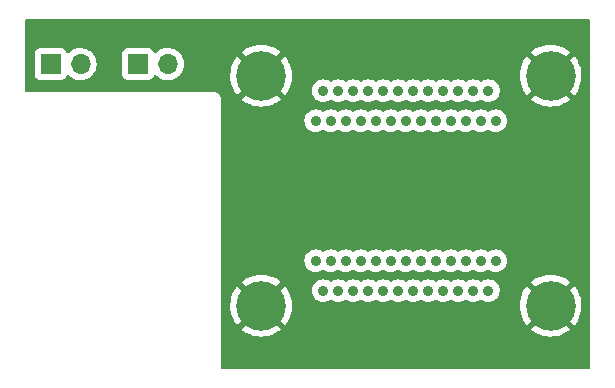
<source format=gbr>
%TF.GenerationSoftware,KiCad,Pcbnew,(6.0.5)*%
%TF.CreationDate,2022-07-15T13:09:05-06:00*%
%TF.ProjectId,25to25,3235746f-3235-42e6-9b69-6361645f7063,rev?*%
%TF.SameCoordinates,Original*%
%TF.FileFunction,Copper,L2,Bot*%
%TF.FilePolarity,Positive*%
%FSLAX46Y46*%
G04 Gerber Fmt 4.6, Leading zero omitted, Abs format (unit mm)*
G04 Created by KiCad (PCBNEW (6.0.5)) date 2022-07-15 13:09:05*
%MOMM*%
%LPD*%
G01*
G04 APERTURE LIST*
%TA.AperFunction,ComponentPad*%
%ADD10R,1.700000X1.700000*%
%TD*%
%TA.AperFunction,ComponentPad*%
%ADD11O,1.700000X1.700000*%
%TD*%
%TA.AperFunction,ComponentPad*%
%ADD12C,4.200000*%
%TD*%
%TA.AperFunction,ComponentPad*%
%ADD13C,0.910000*%
%TD*%
G04 APERTURE END LIST*
D10*
%TO.P,J2,1,Pin_1*%
%TO.N,Net-(J2-Pad1)*%
X126700000Y-62800000D03*
D11*
%TO.P,J2,2,Pin_2*%
%TO.N,Net-(J2-Pad2)*%
X129240000Y-62800000D03*
%TD*%
D12*
%TO.P,J4,0,PAD*%
%TO.N,GND*%
X137125000Y-83260000D03*
X161635000Y-83260000D03*
D13*
%TO.P,J4,1,1*%
%TO.N,Net-(J3-Pad1)*%
X157000000Y-79450000D03*
%TO.P,J4,2,2*%
%TO.N,Net-(J3-Pad2)*%
X155730000Y-79450000D03*
%TO.P,J4,3,3*%
%TO.N,Net-(J3-Pad3)*%
X154460000Y-79450000D03*
%TO.P,J4,4,4*%
%TO.N,Net-(J3-Pad4)*%
X153190000Y-79450000D03*
%TO.P,J4,5,5*%
%TO.N,Net-(J3-Pad5)*%
X151920000Y-79450000D03*
%TO.P,J4,6,6*%
%TO.N,Net-(J3-Pad6)*%
X150650000Y-79450000D03*
%TO.P,J4,7,7*%
%TO.N,Net-(J3-Pad7)*%
X149380000Y-79450000D03*
%TO.P,J4,8,8*%
%TO.N,Net-(J3-Pad8)*%
X148110000Y-79450000D03*
%TO.P,J4,9,9*%
%TO.N,Net-(J1-Pad1)*%
X146840000Y-79450000D03*
%TO.P,J4,10,10*%
%TO.N,Net-(J2-Pad1)*%
X145570000Y-79450000D03*
%TO.P,J4,11,11*%
%TO.N,Net-(J3-Pad11)*%
X144300000Y-79450000D03*
%TO.P,J4,12,12*%
%TO.N,Net-(J3-Pad12)*%
X143030000Y-79450000D03*
%TO.P,J4,13,13*%
%TO.N,Net-(J3-Pad13)*%
X141760000Y-79450000D03*
%TO.P,J4,14,P14*%
%TO.N,Net-(J3-Pad14)*%
X156365000Y-81990000D03*
%TO.P,J4,15,P15*%
%TO.N,Net-(J3-Pad15)*%
X155095000Y-81990000D03*
%TO.P,J4,16,P16*%
%TO.N,Net-(J3-Pad16)*%
X153825000Y-81990000D03*
%TO.P,J4,17,P17*%
%TO.N,Net-(J3-Pad17)*%
X152555000Y-81990000D03*
%TO.P,J4,18,P18*%
%TO.N,Net-(J3-Pad18)*%
X151285000Y-81990000D03*
%TO.P,J4,19,P19*%
%TO.N,Net-(J3-Pad19)*%
X150015000Y-81990000D03*
%TO.P,J4,20,P20*%
%TO.N,Net-(J3-Pad20)*%
X148745000Y-81990000D03*
%TO.P,J4,21,P21*%
%TO.N,Net-(J3-Pad21)*%
X147475000Y-81990000D03*
%TO.P,J4,22,P22*%
%TO.N,Net-(J1-Pad2)*%
X146205000Y-81990000D03*
%TO.P,J4,23,P23*%
%TO.N,Net-(J2-Pad2)*%
X144935000Y-81990000D03*
%TO.P,J4,24,P24*%
%TO.N,Net-(J3-Pad24)*%
X143665000Y-81990000D03*
%TO.P,J4,25,P25*%
%TO.N,Net-(J3-Pad25)*%
X142395000Y-81990000D03*
%TD*%
D12*
%TO.P,J3,0,PAD*%
%TO.N,GND*%
X137125000Y-63790000D03*
X161635000Y-63790000D03*
D13*
%TO.P,J3,1,1*%
%TO.N,Net-(J3-Pad1)*%
X157000000Y-67600000D03*
%TO.P,J3,2,2*%
%TO.N,Net-(J3-Pad2)*%
X155730000Y-67600000D03*
%TO.P,J3,3,3*%
%TO.N,Net-(J3-Pad3)*%
X154460000Y-67600000D03*
%TO.P,J3,4,4*%
%TO.N,Net-(J3-Pad4)*%
X153190000Y-67600000D03*
%TO.P,J3,5,5*%
%TO.N,Net-(J3-Pad5)*%
X151920000Y-67600000D03*
%TO.P,J3,6,6*%
%TO.N,Net-(J3-Pad6)*%
X150650000Y-67600000D03*
%TO.P,J3,7,7*%
%TO.N,Net-(J3-Pad7)*%
X149380000Y-67600000D03*
%TO.P,J3,8,8*%
%TO.N,Net-(J3-Pad8)*%
X148110000Y-67600000D03*
%TO.P,J3,9,9*%
%TO.N,Net-(J1-Pad1)*%
X146840000Y-67600000D03*
%TO.P,J3,10,10*%
%TO.N,Net-(J2-Pad1)*%
X145570000Y-67600000D03*
%TO.P,J3,11,11*%
%TO.N,Net-(J3-Pad11)*%
X144300000Y-67600000D03*
%TO.P,J3,12,12*%
%TO.N,Net-(J3-Pad12)*%
X143030000Y-67600000D03*
%TO.P,J3,13,13*%
%TO.N,Net-(J3-Pad13)*%
X141760000Y-67600000D03*
%TO.P,J3,14,P14*%
%TO.N,Net-(J3-Pad14)*%
X156365000Y-65060000D03*
%TO.P,J3,15,P15*%
%TO.N,Net-(J3-Pad15)*%
X155095000Y-65060000D03*
%TO.P,J3,16,P16*%
%TO.N,Net-(J3-Pad16)*%
X153825000Y-65060000D03*
%TO.P,J3,17,P17*%
%TO.N,Net-(J3-Pad17)*%
X152555000Y-65060000D03*
%TO.P,J3,18,P18*%
%TO.N,Net-(J3-Pad18)*%
X151285000Y-65060000D03*
%TO.P,J3,19,P19*%
%TO.N,Net-(J3-Pad19)*%
X150015000Y-65060000D03*
%TO.P,J3,20,P20*%
%TO.N,Net-(J3-Pad20)*%
X148745000Y-65060000D03*
%TO.P,J3,21,P21*%
%TO.N,Net-(J3-Pad21)*%
X147475000Y-65060000D03*
%TO.P,J3,22,P22*%
%TO.N,Net-(J1-Pad2)*%
X146205000Y-65060000D03*
%TO.P,J3,23,P23*%
%TO.N,Net-(J2-Pad2)*%
X144935000Y-65060000D03*
%TO.P,J3,24,P24*%
%TO.N,Net-(J3-Pad24)*%
X143665000Y-65060000D03*
%TO.P,J3,25,P25*%
%TO.N,Net-(J3-Pad25)*%
X142395000Y-65060000D03*
%TD*%
D10*
%TO.P,J1,1,Pin_1*%
%TO.N,Net-(J1-Pad1)*%
X119300000Y-62800000D03*
D11*
%TO.P,J1,2,Pin_2*%
%TO.N,Net-(J1-Pad2)*%
X121840000Y-62800000D03*
%TD*%
%TA.AperFunction,Conductor*%
%TO.N,GND*%
G36*
X164933621Y-59028502D02*
G01*
X164980114Y-59082158D01*
X164991500Y-59134500D01*
X164991500Y-88465500D01*
X164971498Y-88533621D01*
X164917842Y-88580114D01*
X164865500Y-88591500D01*
X133834500Y-88591500D01*
X133766379Y-88571498D01*
X133719886Y-88517842D01*
X133708500Y-88465500D01*
X133708500Y-85275301D01*
X135474823Y-85275301D01*
X135482348Y-85285734D01*
X135608517Y-85387358D01*
X135614701Y-85391752D01*
X135875067Y-85554131D01*
X135881738Y-85557753D01*
X136159732Y-85687679D01*
X136166785Y-85690472D01*
X136458393Y-85786066D01*
X136465705Y-85787984D01*
X136766689Y-85847853D01*
X136774187Y-85848881D01*
X137080183Y-85872158D01*
X137087746Y-85872276D01*
X137394314Y-85858623D01*
X137401855Y-85857831D01*
X137704558Y-85807447D01*
X137711946Y-85805755D01*
X138006401Y-85719371D01*
X138013525Y-85716806D01*
X138295482Y-85595668D01*
X138302249Y-85592264D01*
X138567603Y-85438134D01*
X138573910Y-85433944D01*
X138767908Y-85287491D01*
X138776364Y-85276100D01*
X138775926Y-85275301D01*
X159984823Y-85275301D01*
X159992348Y-85285734D01*
X160118517Y-85387358D01*
X160124701Y-85391752D01*
X160385067Y-85554131D01*
X160391738Y-85557753D01*
X160669732Y-85687679D01*
X160676785Y-85690472D01*
X160968393Y-85786066D01*
X160975705Y-85787984D01*
X161276689Y-85847853D01*
X161284187Y-85848881D01*
X161590183Y-85872158D01*
X161597746Y-85872276D01*
X161904314Y-85858623D01*
X161911855Y-85857831D01*
X162214558Y-85807447D01*
X162221946Y-85805755D01*
X162516401Y-85719371D01*
X162523525Y-85716806D01*
X162805482Y-85595668D01*
X162812249Y-85592264D01*
X163077603Y-85438134D01*
X163083910Y-85433944D01*
X163277908Y-85287491D01*
X163286364Y-85276100D01*
X163279646Y-85263856D01*
X161647812Y-83632022D01*
X161633868Y-83624408D01*
X161632035Y-83624539D01*
X161625420Y-83628790D01*
X159991938Y-85262272D01*
X159984823Y-85275301D01*
X138775926Y-85275301D01*
X138769646Y-85263856D01*
X137137812Y-83632022D01*
X137123868Y-83624408D01*
X137122035Y-83624539D01*
X137115420Y-83628790D01*
X135481938Y-85262272D01*
X135474823Y-85275301D01*
X133708500Y-85275301D01*
X133708500Y-83236432D01*
X134512565Y-83236432D01*
X134527823Y-83542920D01*
X134528654Y-83550449D01*
X134580621Y-83852883D01*
X134582354Y-83860270D01*
X134670278Y-84154266D01*
X134672881Y-84161379D01*
X134795491Y-84442690D01*
X134798933Y-84449446D01*
X134954449Y-84713988D01*
X134958672Y-84720273D01*
X135097810Y-84902588D01*
X135109336Y-84911050D01*
X135121401Y-84904389D01*
X136752978Y-83272812D01*
X136759356Y-83261132D01*
X137489408Y-83261132D01*
X137489539Y-83262965D01*
X137493790Y-83269580D01*
X139127202Y-84902992D01*
X139140325Y-84910158D01*
X139150627Y-84902768D01*
X139244388Y-84787601D01*
X139248810Y-84781447D01*
X139412562Y-84521917D01*
X139416209Y-84515282D01*
X139547595Y-84237960D01*
X139550420Y-84230933D01*
X139647542Y-83939821D01*
X139649496Y-83932530D01*
X139710941Y-83631859D01*
X139712009Y-83624355D01*
X139737012Y-83316953D01*
X139737217Y-83312478D01*
X139737744Y-83262221D01*
X139737634Y-83257789D01*
X139736346Y-83236432D01*
X159022565Y-83236432D01*
X159037823Y-83542920D01*
X159038654Y-83550449D01*
X159090621Y-83852883D01*
X159092354Y-83860270D01*
X159180278Y-84154266D01*
X159182881Y-84161379D01*
X159305491Y-84442690D01*
X159308933Y-84449446D01*
X159464449Y-84713988D01*
X159468672Y-84720273D01*
X159607810Y-84902588D01*
X159619336Y-84911050D01*
X159631401Y-84904389D01*
X161262978Y-83272812D01*
X161269356Y-83261132D01*
X161999408Y-83261132D01*
X161999539Y-83262965D01*
X162003790Y-83269580D01*
X163637202Y-84902992D01*
X163650325Y-84910158D01*
X163660627Y-84902768D01*
X163754388Y-84787601D01*
X163758810Y-84781447D01*
X163922562Y-84521917D01*
X163926209Y-84515282D01*
X164057595Y-84237960D01*
X164060420Y-84230933D01*
X164157542Y-83939821D01*
X164159496Y-83932530D01*
X164220941Y-83631859D01*
X164222009Y-83624355D01*
X164247012Y-83316953D01*
X164247217Y-83312478D01*
X164247744Y-83262221D01*
X164247634Y-83257789D01*
X164229072Y-82949888D01*
X164228164Y-82942386D01*
X164173031Y-82640510D01*
X164171218Y-82633130D01*
X164080225Y-82340084D01*
X164077543Y-82332987D01*
X163951993Y-82052971D01*
X163948492Y-82046274D01*
X163790199Y-81783349D01*
X163785925Y-81777130D01*
X163661739Y-81617895D01*
X163649949Y-81609427D01*
X163638235Y-81615975D01*
X162007022Y-83247188D01*
X161999408Y-83261132D01*
X161269356Y-83261132D01*
X161270592Y-83258868D01*
X161270461Y-83257035D01*
X161266210Y-83250420D01*
X159632607Y-81616817D01*
X159619672Y-81609754D01*
X159609110Y-81617414D01*
X159499730Y-81754677D01*
X159495374Y-81760875D01*
X159334350Y-82022106D01*
X159330770Y-82028782D01*
X159202296Y-82307465D01*
X159199546Y-82314516D01*
X159105480Y-82606622D01*
X159103597Y-82613955D01*
X159045305Y-82915246D01*
X159044318Y-82922746D01*
X159022644Y-83228851D01*
X159022565Y-83236432D01*
X139736346Y-83236432D01*
X139719072Y-82949888D01*
X139718164Y-82942386D01*
X139663031Y-82640510D01*
X139661218Y-82633130D01*
X139570225Y-82340084D01*
X139567543Y-82332987D01*
X139441993Y-82052971D01*
X139438492Y-82046274D01*
X139396474Y-81976482D01*
X141426932Y-81976482D01*
X141427448Y-81982625D01*
X141432793Y-82046274D01*
X141442743Y-82164772D01*
X141444441Y-82170692D01*
X141493014Y-82340084D01*
X141494826Y-82346404D01*
X141581195Y-82514461D01*
X141585018Y-82519285D01*
X141585021Y-82519289D01*
X141603592Y-82542719D01*
X141698563Y-82662542D01*
X141703256Y-82666536D01*
X141703257Y-82666537D01*
X141804687Y-82752860D01*
X141842457Y-82785005D01*
X141847834Y-82788010D01*
X142002019Y-82874183D01*
X142002025Y-82874186D01*
X142007397Y-82877188D01*
X142187101Y-82935577D01*
X142374724Y-82957950D01*
X142380859Y-82957478D01*
X142380861Y-82957478D01*
X142556978Y-82943926D01*
X142556982Y-82943925D01*
X142563120Y-82943453D01*
X142745111Y-82892640D01*
X142750615Y-82889860D01*
X142750617Y-82889859D01*
X142908264Y-82810226D01*
X142908266Y-82810225D01*
X142913767Y-82807446D01*
X142918621Y-82803654D01*
X142918630Y-82803648D01*
X142950129Y-82779038D01*
X143016123Y-82752860D01*
X143085794Y-82766518D01*
X143102516Y-82777767D01*
X143102705Y-82777495D01*
X143107765Y-82781012D01*
X143112457Y-82785005D01*
X143117834Y-82788010D01*
X143272019Y-82874183D01*
X143272025Y-82874186D01*
X143277397Y-82877188D01*
X143457101Y-82935577D01*
X143644724Y-82957950D01*
X143650859Y-82957478D01*
X143650861Y-82957478D01*
X143826978Y-82943926D01*
X143826982Y-82943925D01*
X143833120Y-82943453D01*
X144015111Y-82892640D01*
X144020615Y-82889860D01*
X144020617Y-82889859D01*
X144178264Y-82810226D01*
X144178266Y-82810225D01*
X144183767Y-82807446D01*
X144188621Y-82803654D01*
X144188630Y-82803648D01*
X144220129Y-82779038D01*
X144286123Y-82752860D01*
X144355794Y-82766518D01*
X144372516Y-82777767D01*
X144372705Y-82777495D01*
X144377765Y-82781012D01*
X144382457Y-82785005D01*
X144387834Y-82788010D01*
X144542019Y-82874183D01*
X144542025Y-82874186D01*
X144547397Y-82877188D01*
X144727101Y-82935577D01*
X144914724Y-82957950D01*
X144920859Y-82957478D01*
X144920861Y-82957478D01*
X145096978Y-82943926D01*
X145096982Y-82943925D01*
X145103120Y-82943453D01*
X145285111Y-82892640D01*
X145290615Y-82889860D01*
X145290617Y-82889859D01*
X145448264Y-82810226D01*
X145448266Y-82810225D01*
X145453767Y-82807446D01*
X145458621Y-82803654D01*
X145458630Y-82803648D01*
X145490129Y-82779038D01*
X145556123Y-82752860D01*
X145625794Y-82766518D01*
X145642516Y-82777767D01*
X145642705Y-82777495D01*
X145647765Y-82781012D01*
X145652457Y-82785005D01*
X145657834Y-82788010D01*
X145812019Y-82874183D01*
X145812025Y-82874186D01*
X145817397Y-82877188D01*
X145997101Y-82935577D01*
X146184724Y-82957950D01*
X146190859Y-82957478D01*
X146190861Y-82957478D01*
X146366978Y-82943926D01*
X146366982Y-82943925D01*
X146373120Y-82943453D01*
X146555111Y-82892640D01*
X146560615Y-82889860D01*
X146560617Y-82889859D01*
X146718264Y-82810226D01*
X146718266Y-82810225D01*
X146723767Y-82807446D01*
X146728621Y-82803654D01*
X146728630Y-82803648D01*
X146760129Y-82779038D01*
X146826123Y-82752860D01*
X146895794Y-82766518D01*
X146912516Y-82777767D01*
X146912705Y-82777495D01*
X146917765Y-82781012D01*
X146922457Y-82785005D01*
X146927834Y-82788010D01*
X147082019Y-82874183D01*
X147082025Y-82874186D01*
X147087397Y-82877188D01*
X147267101Y-82935577D01*
X147454724Y-82957950D01*
X147460859Y-82957478D01*
X147460861Y-82957478D01*
X147636978Y-82943926D01*
X147636982Y-82943925D01*
X147643120Y-82943453D01*
X147825111Y-82892640D01*
X147830615Y-82889860D01*
X147830617Y-82889859D01*
X147988264Y-82810226D01*
X147988266Y-82810225D01*
X147993767Y-82807446D01*
X147998621Y-82803654D01*
X147998630Y-82803648D01*
X148030129Y-82779038D01*
X148096123Y-82752860D01*
X148165794Y-82766518D01*
X148182516Y-82777767D01*
X148182705Y-82777495D01*
X148187765Y-82781012D01*
X148192457Y-82785005D01*
X148197834Y-82788010D01*
X148352019Y-82874183D01*
X148352025Y-82874186D01*
X148357397Y-82877188D01*
X148537101Y-82935577D01*
X148724724Y-82957950D01*
X148730859Y-82957478D01*
X148730861Y-82957478D01*
X148906978Y-82943926D01*
X148906982Y-82943925D01*
X148913120Y-82943453D01*
X149095111Y-82892640D01*
X149100615Y-82889860D01*
X149100617Y-82889859D01*
X149258264Y-82810226D01*
X149258266Y-82810225D01*
X149263767Y-82807446D01*
X149268621Y-82803654D01*
X149268630Y-82803648D01*
X149300129Y-82779038D01*
X149366123Y-82752860D01*
X149435794Y-82766518D01*
X149452516Y-82777767D01*
X149452705Y-82777495D01*
X149457765Y-82781012D01*
X149462457Y-82785005D01*
X149467834Y-82788010D01*
X149622019Y-82874183D01*
X149622025Y-82874186D01*
X149627397Y-82877188D01*
X149807101Y-82935577D01*
X149994724Y-82957950D01*
X150000859Y-82957478D01*
X150000861Y-82957478D01*
X150176978Y-82943926D01*
X150176982Y-82943925D01*
X150183120Y-82943453D01*
X150365111Y-82892640D01*
X150370615Y-82889860D01*
X150370617Y-82889859D01*
X150528264Y-82810226D01*
X150528266Y-82810225D01*
X150533767Y-82807446D01*
X150538621Y-82803654D01*
X150538630Y-82803648D01*
X150570129Y-82779038D01*
X150636123Y-82752860D01*
X150705794Y-82766518D01*
X150722516Y-82777767D01*
X150722705Y-82777495D01*
X150727765Y-82781012D01*
X150732457Y-82785005D01*
X150737834Y-82788010D01*
X150892019Y-82874183D01*
X150892025Y-82874186D01*
X150897397Y-82877188D01*
X151077101Y-82935577D01*
X151264724Y-82957950D01*
X151270859Y-82957478D01*
X151270861Y-82957478D01*
X151446978Y-82943926D01*
X151446982Y-82943925D01*
X151453120Y-82943453D01*
X151635111Y-82892640D01*
X151640615Y-82889860D01*
X151640617Y-82889859D01*
X151798264Y-82810226D01*
X151798266Y-82810225D01*
X151803767Y-82807446D01*
X151808621Y-82803654D01*
X151808630Y-82803648D01*
X151840129Y-82779038D01*
X151906123Y-82752860D01*
X151975794Y-82766518D01*
X151992516Y-82777767D01*
X151992705Y-82777495D01*
X151997765Y-82781012D01*
X152002457Y-82785005D01*
X152007834Y-82788010D01*
X152162019Y-82874183D01*
X152162025Y-82874186D01*
X152167397Y-82877188D01*
X152347101Y-82935577D01*
X152534724Y-82957950D01*
X152540859Y-82957478D01*
X152540861Y-82957478D01*
X152716978Y-82943926D01*
X152716982Y-82943925D01*
X152723120Y-82943453D01*
X152905111Y-82892640D01*
X152910615Y-82889860D01*
X152910617Y-82889859D01*
X153068264Y-82810226D01*
X153068266Y-82810225D01*
X153073767Y-82807446D01*
X153078621Y-82803654D01*
X153078630Y-82803648D01*
X153110129Y-82779038D01*
X153176123Y-82752860D01*
X153245794Y-82766518D01*
X153262516Y-82777767D01*
X153262705Y-82777495D01*
X153267765Y-82781012D01*
X153272457Y-82785005D01*
X153277834Y-82788010D01*
X153432019Y-82874183D01*
X153432025Y-82874186D01*
X153437397Y-82877188D01*
X153617101Y-82935577D01*
X153804724Y-82957950D01*
X153810859Y-82957478D01*
X153810861Y-82957478D01*
X153986978Y-82943926D01*
X153986982Y-82943925D01*
X153993120Y-82943453D01*
X154175111Y-82892640D01*
X154180615Y-82889860D01*
X154180617Y-82889859D01*
X154338264Y-82810226D01*
X154338266Y-82810225D01*
X154343767Y-82807446D01*
X154348621Y-82803654D01*
X154348630Y-82803648D01*
X154380129Y-82779038D01*
X154446123Y-82752860D01*
X154515794Y-82766518D01*
X154532516Y-82777767D01*
X154532705Y-82777495D01*
X154537765Y-82781012D01*
X154542457Y-82785005D01*
X154547834Y-82788010D01*
X154702019Y-82874183D01*
X154702025Y-82874186D01*
X154707397Y-82877188D01*
X154887101Y-82935577D01*
X155074724Y-82957950D01*
X155080859Y-82957478D01*
X155080861Y-82957478D01*
X155256978Y-82943926D01*
X155256982Y-82943925D01*
X155263120Y-82943453D01*
X155445111Y-82892640D01*
X155450615Y-82889860D01*
X155450617Y-82889859D01*
X155608264Y-82810226D01*
X155608266Y-82810225D01*
X155613767Y-82807446D01*
X155618621Y-82803654D01*
X155618630Y-82803648D01*
X155650129Y-82779038D01*
X155716123Y-82752860D01*
X155785794Y-82766518D01*
X155802516Y-82777767D01*
X155802705Y-82777495D01*
X155807765Y-82781012D01*
X155812457Y-82785005D01*
X155817834Y-82788010D01*
X155972019Y-82874183D01*
X155972025Y-82874186D01*
X155977397Y-82877188D01*
X156157101Y-82935577D01*
X156344724Y-82957950D01*
X156350859Y-82957478D01*
X156350861Y-82957478D01*
X156526978Y-82943926D01*
X156526982Y-82943925D01*
X156533120Y-82943453D01*
X156715111Y-82892640D01*
X156720615Y-82889860D01*
X156720617Y-82889859D01*
X156878266Y-82810225D01*
X156878268Y-82810224D01*
X156883767Y-82807446D01*
X157032663Y-82691116D01*
X157156129Y-82548080D01*
X157159172Y-82542723D01*
X157159175Y-82542719D01*
X157202794Y-82465934D01*
X157249460Y-82383787D01*
X157309103Y-82204495D01*
X157331301Y-82028782D01*
X157332343Y-82020535D01*
X157332344Y-82020528D01*
X157332785Y-82017033D01*
X157333162Y-81990000D01*
X157314724Y-81801950D01*
X157260110Y-81621062D01*
X157171403Y-81454227D01*
X157051979Y-81307800D01*
X156975727Y-81244719D01*
X159984213Y-81244719D01*
X159990817Y-81256607D01*
X161622188Y-82887978D01*
X161636132Y-82895592D01*
X161637965Y-82895461D01*
X161644580Y-82891210D01*
X163278355Y-81257435D01*
X163285367Y-81244594D01*
X163277572Y-81233905D01*
X163129123Y-81116878D01*
X163122900Y-81112553D01*
X162860824Y-80952895D01*
X162854148Y-80949360D01*
X162574784Y-80822342D01*
X162567714Y-80819628D01*
X162275131Y-80727096D01*
X162267780Y-80725249D01*
X161966191Y-80668535D01*
X161958681Y-80667587D01*
X161652464Y-80647517D01*
X161644899Y-80647477D01*
X161338478Y-80664340D01*
X161330967Y-80665209D01*
X161028793Y-80718763D01*
X161021432Y-80720530D01*
X160727898Y-80809993D01*
X160720791Y-80812635D01*
X160440122Y-80936718D01*
X160433396Y-80940189D01*
X160169662Y-81097094D01*
X160163411Y-81101342D01*
X159992679Y-81233061D01*
X159984213Y-81244719D01*
X156975727Y-81244719D01*
X156906389Y-81187357D01*
X156740178Y-81097487D01*
X156559676Y-81041612D01*
X156553554Y-81040969D01*
X156553551Y-81040968D01*
X156377888Y-81022506D01*
X156377886Y-81022506D01*
X156371759Y-81021862D01*
X156292634Y-81029063D01*
X156189724Y-81038428D01*
X156189721Y-81038429D01*
X156183585Y-81038987D01*
X156177679Y-81040725D01*
X156177675Y-81040726D01*
X156043909Y-81080096D01*
X156002320Y-81092336D01*
X155834870Y-81179877D01*
X155830072Y-81183735D01*
X155830070Y-81183736D01*
X155825567Y-81187357D01*
X155811099Y-81198990D01*
X155809718Y-81200100D01*
X155744095Y-81227197D01*
X155674241Y-81214514D01*
X155650451Y-81198990D01*
X155641137Y-81191285D01*
X155641133Y-81191282D01*
X155636389Y-81187357D01*
X155470178Y-81097487D01*
X155289676Y-81041612D01*
X155283554Y-81040969D01*
X155283551Y-81040968D01*
X155107888Y-81022506D01*
X155107886Y-81022506D01*
X155101759Y-81021862D01*
X155022634Y-81029063D01*
X154919724Y-81038428D01*
X154919721Y-81038429D01*
X154913585Y-81038987D01*
X154907679Y-81040725D01*
X154907675Y-81040726D01*
X154773909Y-81080096D01*
X154732320Y-81092336D01*
X154564870Y-81179877D01*
X154560072Y-81183735D01*
X154560070Y-81183736D01*
X154555567Y-81187357D01*
X154541099Y-81198990D01*
X154539718Y-81200100D01*
X154474095Y-81227197D01*
X154404241Y-81214514D01*
X154380451Y-81198990D01*
X154371137Y-81191285D01*
X154371133Y-81191282D01*
X154366389Y-81187357D01*
X154200178Y-81097487D01*
X154019676Y-81041612D01*
X154013554Y-81040969D01*
X154013551Y-81040968D01*
X153837888Y-81022506D01*
X153837886Y-81022506D01*
X153831759Y-81021862D01*
X153752634Y-81029063D01*
X153649724Y-81038428D01*
X153649721Y-81038429D01*
X153643585Y-81038987D01*
X153637679Y-81040725D01*
X153637675Y-81040726D01*
X153503909Y-81080096D01*
X153462320Y-81092336D01*
X153294870Y-81179877D01*
X153290072Y-81183735D01*
X153290070Y-81183736D01*
X153285567Y-81187357D01*
X153271099Y-81198990D01*
X153269718Y-81200100D01*
X153204095Y-81227197D01*
X153134241Y-81214514D01*
X153110451Y-81198990D01*
X153101137Y-81191285D01*
X153101133Y-81191282D01*
X153096389Y-81187357D01*
X152930178Y-81097487D01*
X152749676Y-81041612D01*
X152743554Y-81040969D01*
X152743551Y-81040968D01*
X152567888Y-81022506D01*
X152567886Y-81022506D01*
X152561759Y-81021862D01*
X152482634Y-81029063D01*
X152379724Y-81038428D01*
X152379721Y-81038429D01*
X152373585Y-81038987D01*
X152367679Y-81040725D01*
X152367675Y-81040726D01*
X152233909Y-81080096D01*
X152192320Y-81092336D01*
X152024870Y-81179877D01*
X152020072Y-81183735D01*
X152020070Y-81183736D01*
X152015567Y-81187357D01*
X152001099Y-81198990D01*
X151999718Y-81200100D01*
X151934095Y-81227197D01*
X151864241Y-81214514D01*
X151840451Y-81198990D01*
X151831137Y-81191285D01*
X151831133Y-81191282D01*
X151826389Y-81187357D01*
X151660178Y-81097487D01*
X151479676Y-81041612D01*
X151473554Y-81040969D01*
X151473551Y-81040968D01*
X151297888Y-81022506D01*
X151297886Y-81022506D01*
X151291759Y-81021862D01*
X151212634Y-81029063D01*
X151109724Y-81038428D01*
X151109721Y-81038429D01*
X151103585Y-81038987D01*
X151097679Y-81040725D01*
X151097675Y-81040726D01*
X150963909Y-81080096D01*
X150922320Y-81092336D01*
X150754870Y-81179877D01*
X150750072Y-81183735D01*
X150750070Y-81183736D01*
X150745567Y-81187357D01*
X150731099Y-81198990D01*
X150729718Y-81200100D01*
X150664095Y-81227197D01*
X150594241Y-81214514D01*
X150570451Y-81198990D01*
X150561137Y-81191285D01*
X150561133Y-81191282D01*
X150556389Y-81187357D01*
X150390178Y-81097487D01*
X150209676Y-81041612D01*
X150203554Y-81040969D01*
X150203551Y-81040968D01*
X150027888Y-81022506D01*
X150027886Y-81022506D01*
X150021759Y-81021862D01*
X149942634Y-81029063D01*
X149839724Y-81038428D01*
X149839721Y-81038429D01*
X149833585Y-81038987D01*
X149827679Y-81040725D01*
X149827675Y-81040726D01*
X149693909Y-81080096D01*
X149652320Y-81092336D01*
X149484870Y-81179877D01*
X149480072Y-81183735D01*
X149480070Y-81183736D01*
X149475567Y-81187357D01*
X149461099Y-81198990D01*
X149459718Y-81200100D01*
X149394095Y-81227197D01*
X149324241Y-81214514D01*
X149300451Y-81198990D01*
X149291137Y-81191285D01*
X149291133Y-81191282D01*
X149286389Y-81187357D01*
X149120178Y-81097487D01*
X148939676Y-81041612D01*
X148933554Y-81040969D01*
X148933551Y-81040968D01*
X148757888Y-81022506D01*
X148757886Y-81022506D01*
X148751759Y-81021862D01*
X148672634Y-81029063D01*
X148569724Y-81038428D01*
X148569721Y-81038429D01*
X148563585Y-81038987D01*
X148557679Y-81040725D01*
X148557675Y-81040726D01*
X148423909Y-81080096D01*
X148382320Y-81092336D01*
X148214870Y-81179877D01*
X148210072Y-81183735D01*
X148210070Y-81183736D01*
X148205567Y-81187357D01*
X148191099Y-81198990D01*
X148189718Y-81200100D01*
X148124095Y-81227197D01*
X148054241Y-81214514D01*
X148030451Y-81198990D01*
X148021137Y-81191285D01*
X148021133Y-81191282D01*
X148016389Y-81187357D01*
X147850178Y-81097487D01*
X147669676Y-81041612D01*
X147663554Y-81040969D01*
X147663551Y-81040968D01*
X147487888Y-81022506D01*
X147487886Y-81022506D01*
X147481759Y-81021862D01*
X147402634Y-81029063D01*
X147299724Y-81038428D01*
X147299721Y-81038429D01*
X147293585Y-81038987D01*
X147287679Y-81040725D01*
X147287675Y-81040726D01*
X147153909Y-81080096D01*
X147112320Y-81092336D01*
X146944870Y-81179877D01*
X146940072Y-81183735D01*
X146940070Y-81183736D01*
X146935567Y-81187357D01*
X146921099Y-81198990D01*
X146919718Y-81200100D01*
X146854095Y-81227197D01*
X146784241Y-81214514D01*
X146760451Y-81198990D01*
X146751137Y-81191285D01*
X146751133Y-81191282D01*
X146746389Y-81187357D01*
X146580178Y-81097487D01*
X146399676Y-81041612D01*
X146393554Y-81040969D01*
X146393551Y-81040968D01*
X146217888Y-81022506D01*
X146217886Y-81022506D01*
X146211759Y-81021862D01*
X146132634Y-81029063D01*
X146029724Y-81038428D01*
X146029721Y-81038429D01*
X146023585Y-81038987D01*
X146017679Y-81040725D01*
X146017675Y-81040726D01*
X145883909Y-81080096D01*
X145842320Y-81092336D01*
X145674870Y-81179877D01*
X145670072Y-81183735D01*
X145670070Y-81183736D01*
X145665567Y-81187357D01*
X145651099Y-81198990D01*
X145649718Y-81200100D01*
X145584095Y-81227197D01*
X145514241Y-81214514D01*
X145490451Y-81198990D01*
X145481137Y-81191285D01*
X145481133Y-81191282D01*
X145476389Y-81187357D01*
X145310178Y-81097487D01*
X145129676Y-81041612D01*
X145123554Y-81040969D01*
X145123551Y-81040968D01*
X144947888Y-81022506D01*
X144947886Y-81022506D01*
X144941759Y-81021862D01*
X144862634Y-81029063D01*
X144759724Y-81038428D01*
X144759721Y-81038429D01*
X144753585Y-81038987D01*
X144747679Y-81040725D01*
X144747675Y-81040726D01*
X144613909Y-81080096D01*
X144572320Y-81092336D01*
X144404870Y-81179877D01*
X144400072Y-81183735D01*
X144400070Y-81183736D01*
X144395567Y-81187357D01*
X144381099Y-81198990D01*
X144379718Y-81200100D01*
X144314095Y-81227197D01*
X144244241Y-81214514D01*
X144220451Y-81198990D01*
X144211137Y-81191285D01*
X144211133Y-81191282D01*
X144206389Y-81187357D01*
X144040178Y-81097487D01*
X143859676Y-81041612D01*
X143853554Y-81040969D01*
X143853551Y-81040968D01*
X143677888Y-81022506D01*
X143677886Y-81022506D01*
X143671759Y-81021862D01*
X143592634Y-81029063D01*
X143489724Y-81038428D01*
X143489721Y-81038429D01*
X143483585Y-81038987D01*
X143477679Y-81040725D01*
X143477675Y-81040726D01*
X143343909Y-81080096D01*
X143302320Y-81092336D01*
X143134870Y-81179877D01*
X143130072Y-81183735D01*
X143130070Y-81183736D01*
X143125567Y-81187357D01*
X143111099Y-81198990D01*
X143109718Y-81200100D01*
X143044095Y-81227197D01*
X142974241Y-81214514D01*
X142950451Y-81198990D01*
X142941137Y-81191285D01*
X142941133Y-81191282D01*
X142936389Y-81187357D01*
X142770178Y-81097487D01*
X142589676Y-81041612D01*
X142583554Y-81040969D01*
X142583551Y-81040968D01*
X142407888Y-81022506D01*
X142407886Y-81022506D01*
X142401759Y-81021862D01*
X142322634Y-81029063D01*
X142219724Y-81038428D01*
X142219721Y-81038429D01*
X142213585Y-81038987D01*
X142207679Y-81040725D01*
X142207675Y-81040726D01*
X142073909Y-81080096D01*
X142032320Y-81092336D01*
X141864870Y-81179877D01*
X141717613Y-81298275D01*
X141596156Y-81443020D01*
X141593193Y-81448409D01*
X141593190Y-81448414D01*
X141508095Y-81603203D01*
X141505128Y-81608600D01*
X141447995Y-81788708D01*
X141447309Y-81794827D01*
X141447308Y-81794830D01*
X141427619Y-81970357D01*
X141426932Y-81976482D01*
X139396474Y-81976482D01*
X139280199Y-81783349D01*
X139275925Y-81777130D01*
X139151739Y-81617895D01*
X139139949Y-81609427D01*
X139128235Y-81615975D01*
X137497022Y-83247188D01*
X137489408Y-83261132D01*
X136759356Y-83261132D01*
X136760592Y-83258868D01*
X136760461Y-83257035D01*
X136756210Y-83250420D01*
X135122607Y-81616817D01*
X135109672Y-81609754D01*
X135099110Y-81617414D01*
X134989730Y-81754677D01*
X134985374Y-81760875D01*
X134824350Y-82022106D01*
X134820770Y-82028782D01*
X134692296Y-82307465D01*
X134689546Y-82314516D01*
X134595480Y-82606622D01*
X134593597Y-82613955D01*
X134535305Y-82915246D01*
X134534318Y-82922746D01*
X134512644Y-83228851D01*
X134512565Y-83236432D01*
X133708500Y-83236432D01*
X133708500Y-81244719D01*
X135474213Y-81244719D01*
X135480817Y-81256607D01*
X137112188Y-82887978D01*
X137126132Y-82895592D01*
X137127965Y-82895461D01*
X137134580Y-82891210D01*
X138768355Y-81257435D01*
X138775367Y-81244594D01*
X138767572Y-81233905D01*
X138619123Y-81116878D01*
X138612900Y-81112553D01*
X138350824Y-80952895D01*
X138344148Y-80949360D01*
X138064784Y-80822342D01*
X138057714Y-80819628D01*
X137765131Y-80727096D01*
X137757780Y-80725249D01*
X137456191Y-80668535D01*
X137448681Y-80667587D01*
X137142464Y-80647517D01*
X137134899Y-80647477D01*
X136828478Y-80664340D01*
X136820967Y-80665209D01*
X136518793Y-80718763D01*
X136511432Y-80720530D01*
X136217898Y-80809993D01*
X136210791Y-80812635D01*
X135930122Y-80936718D01*
X135923396Y-80940189D01*
X135659662Y-81097094D01*
X135653411Y-81101342D01*
X135482679Y-81233061D01*
X135474213Y-81244719D01*
X133708500Y-81244719D01*
X133708500Y-79436482D01*
X140791932Y-79436482D01*
X140807743Y-79624772D01*
X140859826Y-79806404D01*
X140946195Y-79974461D01*
X140950018Y-79979285D01*
X140950021Y-79979289D01*
X140968592Y-80002719D01*
X141063563Y-80122542D01*
X141068256Y-80126536D01*
X141068257Y-80126537D01*
X141169687Y-80212860D01*
X141207457Y-80245005D01*
X141212834Y-80248010D01*
X141367019Y-80334183D01*
X141367025Y-80334186D01*
X141372397Y-80337188D01*
X141552101Y-80395577D01*
X141739724Y-80417950D01*
X141745859Y-80417478D01*
X141745861Y-80417478D01*
X141921978Y-80403926D01*
X141921982Y-80403925D01*
X141928120Y-80403453D01*
X142110111Y-80352640D01*
X142115615Y-80349860D01*
X142115617Y-80349859D01*
X142273264Y-80270226D01*
X142273266Y-80270225D01*
X142278767Y-80267446D01*
X142283621Y-80263654D01*
X142283630Y-80263648D01*
X142315129Y-80239038D01*
X142381123Y-80212860D01*
X142450794Y-80226518D01*
X142467516Y-80237767D01*
X142467705Y-80237495D01*
X142472765Y-80241012D01*
X142477457Y-80245005D01*
X142482834Y-80248010D01*
X142637019Y-80334183D01*
X142637025Y-80334186D01*
X142642397Y-80337188D01*
X142822101Y-80395577D01*
X143009724Y-80417950D01*
X143015859Y-80417478D01*
X143015861Y-80417478D01*
X143191978Y-80403926D01*
X143191982Y-80403925D01*
X143198120Y-80403453D01*
X143380111Y-80352640D01*
X143385615Y-80349860D01*
X143385617Y-80349859D01*
X143543264Y-80270226D01*
X143543266Y-80270225D01*
X143548767Y-80267446D01*
X143553621Y-80263654D01*
X143553630Y-80263648D01*
X143585129Y-80239038D01*
X143651123Y-80212860D01*
X143720794Y-80226518D01*
X143737516Y-80237767D01*
X143737705Y-80237495D01*
X143742765Y-80241012D01*
X143747457Y-80245005D01*
X143752834Y-80248010D01*
X143907019Y-80334183D01*
X143907025Y-80334186D01*
X143912397Y-80337188D01*
X144092101Y-80395577D01*
X144279724Y-80417950D01*
X144285859Y-80417478D01*
X144285861Y-80417478D01*
X144461978Y-80403926D01*
X144461982Y-80403925D01*
X144468120Y-80403453D01*
X144650111Y-80352640D01*
X144655615Y-80349860D01*
X144655617Y-80349859D01*
X144813264Y-80270226D01*
X144813266Y-80270225D01*
X144818767Y-80267446D01*
X144823621Y-80263654D01*
X144823630Y-80263648D01*
X144855129Y-80239038D01*
X144921123Y-80212860D01*
X144990794Y-80226518D01*
X145007516Y-80237767D01*
X145007705Y-80237495D01*
X145012765Y-80241012D01*
X145017457Y-80245005D01*
X145022834Y-80248010D01*
X145177019Y-80334183D01*
X145177025Y-80334186D01*
X145182397Y-80337188D01*
X145362101Y-80395577D01*
X145549724Y-80417950D01*
X145555859Y-80417478D01*
X145555861Y-80417478D01*
X145731978Y-80403926D01*
X145731982Y-80403925D01*
X145738120Y-80403453D01*
X145920111Y-80352640D01*
X145925615Y-80349860D01*
X145925617Y-80349859D01*
X146083264Y-80270226D01*
X146083266Y-80270225D01*
X146088767Y-80267446D01*
X146093621Y-80263654D01*
X146093630Y-80263648D01*
X146125129Y-80239038D01*
X146191123Y-80212860D01*
X146260794Y-80226518D01*
X146277516Y-80237767D01*
X146277705Y-80237495D01*
X146282765Y-80241012D01*
X146287457Y-80245005D01*
X146292834Y-80248010D01*
X146447019Y-80334183D01*
X146447025Y-80334186D01*
X146452397Y-80337188D01*
X146632101Y-80395577D01*
X146819724Y-80417950D01*
X146825859Y-80417478D01*
X146825861Y-80417478D01*
X147001978Y-80403926D01*
X147001982Y-80403925D01*
X147008120Y-80403453D01*
X147190111Y-80352640D01*
X147195615Y-80349860D01*
X147195617Y-80349859D01*
X147353264Y-80270226D01*
X147353266Y-80270225D01*
X147358767Y-80267446D01*
X147363621Y-80263654D01*
X147363630Y-80263648D01*
X147395129Y-80239038D01*
X147461123Y-80212860D01*
X147530794Y-80226518D01*
X147547516Y-80237767D01*
X147547705Y-80237495D01*
X147552765Y-80241012D01*
X147557457Y-80245005D01*
X147562834Y-80248010D01*
X147717019Y-80334183D01*
X147717025Y-80334186D01*
X147722397Y-80337188D01*
X147902101Y-80395577D01*
X148089724Y-80417950D01*
X148095859Y-80417478D01*
X148095861Y-80417478D01*
X148271978Y-80403926D01*
X148271982Y-80403925D01*
X148278120Y-80403453D01*
X148460111Y-80352640D01*
X148465615Y-80349860D01*
X148465617Y-80349859D01*
X148623264Y-80270226D01*
X148623266Y-80270225D01*
X148628767Y-80267446D01*
X148633621Y-80263654D01*
X148633630Y-80263648D01*
X148665129Y-80239038D01*
X148731123Y-80212860D01*
X148800794Y-80226518D01*
X148817516Y-80237767D01*
X148817705Y-80237495D01*
X148822765Y-80241012D01*
X148827457Y-80245005D01*
X148832834Y-80248010D01*
X148987019Y-80334183D01*
X148987025Y-80334186D01*
X148992397Y-80337188D01*
X149172101Y-80395577D01*
X149359724Y-80417950D01*
X149365859Y-80417478D01*
X149365861Y-80417478D01*
X149541978Y-80403926D01*
X149541982Y-80403925D01*
X149548120Y-80403453D01*
X149730111Y-80352640D01*
X149735615Y-80349860D01*
X149735617Y-80349859D01*
X149893264Y-80270226D01*
X149893266Y-80270225D01*
X149898767Y-80267446D01*
X149903621Y-80263654D01*
X149903630Y-80263648D01*
X149935129Y-80239038D01*
X150001123Y-80212860D01*
X150070794Y-80226518D01*
X150087516Y-80237767D01*
X150087705Y-80237495D01*
X150092765Y-80241012D01*
X150097457Y-80245005D01*
X150102834Y-80248010D01*
X150257019Y-80334183D01*
X150257025Y-80334186D01*
X150262397Y-80337188D01*
X150442101Y-80395577D01*
X150629724Y-80417950D01*
X150635859Y-80417478D01*
X150635861Y-80417478D01*
X150811978Y-80403926D01*
X150811982Y-80403925D01*
X150818120Y-80403453D01*
X151000111Y-80352640D01*
X151005615Y-80349860D01*
X151005617Y-80349859D01*
X151163264Y-80270226D01*
X151163266Y-80270225D01*
X151168767Y-80267446D01*
X151173621Y-80263654D01*
X151173630Y-80263648D01*
X151205129Y-80239038D01*
X151271123Y-80212860D01*
X151340794Y-80226518D01*
X151357516Y-80237767D01*
X151357705Y-80237495D01*
X151362765Y-80241012D01*
X151367457Y-80245005D01*
X151372834Y-80248010D01*
X151527019Y-80334183D01*
X151527025Y-80334186D01*
X151532397Y-80337188D01*
X151712101Y-80395577D01*
X151899724Y-80417950D01*
X151905859Y-80417478D01*
X151905861Y-80417478D01*
X152081978Y-80403926D01*
X152081982Y-80403925D01*
X152088120Y-80403453D01*
X152270111Y-80352640D01*
X152275615Y-80349860D01*
X152275617Y-80349859D01*
X152433264Y-80270226D01*
X152433266Y-80270225D01*
X152438767Y-80267446D01*
X152443621Y-80263654D01*
X152443630Y-80263648D01*
X152475129Y-80239038D01*
X152541123Y-80212860D01*
X152610794Y-80226518D01*
X152627516Y-80237767D01*
X152627705Y-80237495D01*
X152632765Y-80241012D01*
X152637457Y-80245005D01*
X152642834Y-80248010D01*
X152797019Y-80334183D01*
X152797025Y-80334186D01*
X152802397Y-80337188D01*
X152982101Y-80395577D01*
X153169724Y-80417950D01*
X153175859Y-80417478D01*
X153175861Y-80417478D01*
X153351978Y-80403926D01*
X153351982Y-80403925D01*
X153358120Y-80403453D01*
X153540111Y-80352640D01*
X153545615Y-80349860D01*
X153545617Y-80349859D01*
X153703264Y-80270226D01*
X153703266Y-80270225D01*
X153708767Y-80267446D01*
X153713621Y-80263654D01*
X153713630Y-80263648D01*
X153745129Y-80239038D01*
X153811123Y-80212860D01*
X153880794Y-80226518D01*
X153897516Y-80237767D01*
X153897705Y-80237495D01*
X153902765Y-80241012D01*
X153907457Y-80245005D01*
X153912834Y-80248010D01*
X154067019Y-80334183D01*
X154067025Y-80334186D01*
X154072397Y-80337188D01*
X154252101Y-80395577D01*
X154439724Y-80417950D01*
X154445859Y-80417478D01*
X154445861Y-80417478D01*
X154621978Y-80403926D01*
X154621982Y-80403925D01*
X154628120Y-80403453D01*
X154810111Y-80352640D01*
X154815615Y-80349860D01*
X154815617Y-80349859D01*
X154973264Y-80270226D01*
X154973266Y-80270225D01*
X154978767Y-80267446D01*
X154983621Y-80263654D01*
X154983630Y-80263648D01*
X155015129Y-80239038D01*
X155081123Y-80212860D01*
X155150794Y-80226518D01*
X155167516Y-80237767D01*
X155167705Y-80237495D01*
X155172765Y-80241012D01*
X155177457Y-80245005D01*
X155182834Y-80248010D01*
X155337019Y-80334183D01*
X155337025Y-80334186D01*
X155342397Y-80337188D01*
X155522101Y-80395577D01*
X155709724Y-80417950D01*
X155715859Y-80417478D01*
X155715861Y-80417478D01*
X155891978Y-80403926D01*
X155891982Y-80403925D01*
X155898120Y-80403453D01*
X156080111Y-80352640D01*
X156085615Y-80349860D01*
X156085617Y-80349859D01*
X156243264Y-80270226D01*
X156243266Y-80270225D01*
X156248767Y-80267446D01*
X156253621Y-80263654D01*
X156253630Y-80263648D01*
X156285129Y-80239038D01*
X156351123Y-80212860D01*
X156420794Y-80226518D01*
X156437516Y-80237767D01*
X156437705Y-80237495D01*
X156442765Y-80241012D01*
X156447457Y-80245005D01*
X156452834Y-80248010D01*
X156607019Y-80334183D01*
X156607025Y-80334186D01*
X156612397Y-80337188D01*
X156792101Y-80395577D01*
X156979724Y-80417950D01*
X156985859Y-80417478D01*
X156985861Y-80417478D01*
X157161978Y-80403926D01*
X157161982Y-80403925D01*
X157168120Y-80403453D01*
X157350111Y-80352640D01*
X157355615Y-80349860D01*
X157355617Y-80349859D01*
X157513266Y-80270225D01*
X157513268Y-80270224D01*
X157518767Y-80267446D01*
X157667663Y-80151116D01*
X157791129Y-80008080D01*
X157794172Y-80002723D01*
X157794175Y-80002719D01*
X157837794Y-79925934D01*
X157884460Y-79843787D01*
X157944103Y-79664495D01*
X157967785Y-79477033D01*
X157968162Y-79450000D01*
X157949724Y-79261950D01*
X157895110Y-79081062D01*
X157806403Y-78914227D01*
X157686979Y-78767800D01*
X157541389Y-78647357D01*
X157375178Y-78557487D01*
X157194676Y-78501612D01*
X157188554Y-78500969D01*
X157188551Y-78500968D01*
X157012888Y-78482506D01*
X157012886Y-78482506D01*
X157006759Y-78481862D01*
X156927634Y-78489063D01*
X156824724Y-78498428D01*
X156824721Y-78498429D01*
X156818585Y-78498987D01*
X156812679Y-78500725D01*
X156812675Y-78500726D01*
X156678909Y-78540096D01*
X156637320Y-78552336D01*
X156469870Y-78639877D01*
X156465072Y-78643735D01*
X156465070Y-78643736D01*
X156460567Y-78647357D01*
X156446099Y-78658990D01*
X156444718Y-78660100D01*
X156379095Y-78687197D01*
X156309241Y-78674514D01*
X156285451Y-78658990D01*
X156276137Y-78651285D01*
X156276133Y-78651282D01*
X156271389Y-78647357D01*
X156105178Y-78557487D01*
X155924676Y-78501612D01*
X155918554Y-78500969D01*
X155918551Y-78500968D01*
X155742888Y-78482506D01*
X155742886Y-78482506D01*
X155736759Y-78481862D01*
X155657634Y-78489063D01*
X155554724Y-78498428D01*
X155554721Y-78498429D01*
X155548585Y-78498987D01*
X155542679Y-78500725D01*
X155542675Y-78500726D01*
X155408909Y-78540096D01*
X155367320Y-78552336D01*
X155199870Y-78639877D01*
X155195072Y-78643735D01*
X155195070Y-78643736D01*
X155190567Y-78647357D01*
X155176099Y-78658990D01*
X155174718Y-78660100D01*
X155109095Y-78687197D01*
X155039241Y-78674514D01*
X155015451Y-78658990D01*
X155006137Y-78651285D01*
X155006133Y-78651282D01*
X155001389Y-78647357D01*
X154835178Y-78557487D01*
X154654676Y-78501612D01*
X154648554Y-78500969D01*
X154648551Y-78500968D01*
X154472888Y-78482506D01*
X154472886Y-78482506D01*
X154466759Y-78481862D01*
X154387634Y-78489063D01*
X154284724Y-78498428D01*
X154284721Y-78498429D01*
X154278585Y-78498987D01*
X154272679Y-78500725D01*
X154272675Y-78500726D01*
X154138909Y-78540096D01*
X154097320Y-78552336D01*
X153929870Y-78639877D01*
X153925072Y-78643735D01*
X153925070Y-78643736D01*
X153920567Y-78647357D01*
X153906099Y-78658990D01*
X153904718Y-78660100D01*
X153839095Y-78687197D01*
X153769241Y-78674514D01*
X153745451Y-78658990D01*
X153736137Y-78651285D01*
X153736133Y-78651282D01*
X153731389Y-78647357D01*
X153565178Y-78557487D01*
X153384676Y-78501612D01*
X153378554Y-78500969D01*
X153378551Y-78500968D01*
X153202888Y-78482506D01*
X153202886Y-78482506D01*
X153196759Y-78481862D01*
X153117634Y-78489063D01*
X153014724Y-78498428D01*
X153014721Y-78498429D01*
X153008585Y-78498987D01*
X153002679Y-78500725D01*
X153002675Y-78500726D01*
X152868909Y-78540096D01*
X152827320Y-78552336D01*
X152659870Y-78639877D01*
X152655072Y-78643735D01*
X152655070Y-78643736D01*
X152650567Y-78647357D01*
X152636099Y-78658990D01*
X152634718Y-78660100D01*
X152569095Y-78687197D01*
X152499241Y-78674514D01*
X152475451Y-78658990D01*
X152466137Y-78651285D01*
X152466133Y-78651282D01*
X152461389Y-78647357D01*
X152295178Y-78557487D01*
X152114676Y-78501612D01*
X152108554Y-78500969D01*
X152108551Y-78500968D01*
X151932888Y-78482506D01*
X151932886Y-78482506D01*
X151926759Y-78481862D01*
X151847634Y-78489063D01*
X151744724Y-78498428D01*
X151744721Y-78498429D01*
X151738585Y-78498987D01*
X151732679Y-78500725D01*
X151732675Y-78500726D01*
X151598909Y-78540096D01*
X151557320Y-78552336D01*
X151389870Y-78639877D01*
X151385072Y-78643735D01*
X151385070Y-78643736D01*
X151380567Y-78647357D01*
X151366099Y-78658990D01*
X151364718Y-78660100D01*
X151299095Y-78687197D01*
X151229241Y-78674514D01*
X151205451Y-78658990D01*
X151196137Y-78651285D01*
X151196133Y-78651282D01*
X151191389Y-78647357D01*
X151025178Y-78557487D01*
X150844676Y-78501612D01*
X150838554Y-78500969D01*
X150838551Y-78500968D01*
X150662888Y-78482506D01*
X150662886Y-78482506D01*
X150656759Y-78481862D01*
X150577634Y-78489063D01*
X150474724Y-78498428D01*
X150474721Y-78498429D01*
X150468585Y-78498987D01*
X150462679Y-78500725D01*
X150462675Y-78500726D01*
X150328909Y-78540096D01*
X150287320Y-78552336D01*
X150119870Y-78639877D01*
X150115072Y-78643735D01*
X150115070Y-78643736D01*
X150110567Y-78647357D01*
X150096099Y-78658990D01*
X150094718Y-78660100D01*
X150029095Y-78687197D01*
X149959241Y-78674514D01*
X149935451Y-78658990D01*
X149926137Y-78651285D01*
X149926133Y-78651282D01*
X149921389Y-78647357D01*
X149755178Y-78557487D01*
X149574676Y-78501612D01*
X149568554Y-78500969D01*
X149568551Y-78500968D01*
X149392888Y-78482506D01*
X149392886Y-78482506D01*
X149386759Y-78481862D01*
X149307634Y-78489063D01*
X149204724Y-78498428D01*
X149204721Y-78498429D01*
X149198585Y-78498987D01*
X149192679Y-78500725D01*
X149192675Y-78500726D01*
X149058909Y-78540096D01*
X149017320Y-78552336D01*
X148849870Y-78639877D01*
X148845072Y-78643735D01*
X148845070Y-78643736D01*
X148840567Y-78647357D01*
X148826099Y-78658990D01*
X148824718Y-78660100D01*
X148759095Y-78687197D01*
X148689241Y-78674514D01*
X148665451Y-78658990D01*
X148656137Y-78651285D01*
X148656133Y-78651282D01*
X148651389Y-78647357D01*
X148485178Y-78557487D01*
X148304676Y-78501612D01*
X148298554Y-78500969D01*
X148298551Y-78500968D01*
X148122888Y-78482506D01*
X148122886Y-78482506D01*
X148116759Y-78481862D01*
X148037634Y-78489063D01*
X147934724Y-78498428D01*
X147934721Y-78498429D01*
X147928585Y-78498987D01*
X147922679Y-78500725D01*
X147922675Y-78500726D01*
X147788909Y-78540096D01*
X147747320Y-78552336D01*
X147579870Y-78639877D01*
X147575072Y-78643735D01*
X147575070Y-78643736D01*
X147570567Y-78647357D01*
X147556099Y-78658990D01*
X147554718Y-78660100D01*
X147489095Y-78687197D01*
X147419241Y-78674514D01*
X147395451Y-78658990D01*
X147386137Y-78651285D01*
X147386133Y-78651282D01*
X147381389Y-78647357D01*
X147215178Y-78557487D01*
X147034676Y-78501612D01*
X147028554Y-78500969D01*
X147028551Y-78500968D01*
X146852888Y-78482506D01*
X146852886Y-78482506D01*
X146846759Y-78481862D01*
X146767634Y-78489063D01*
X146664724Y-78498428D01*
X146664721Y-78498429D01*
X146658585Y-78498987D01*
X146652679Y-78500725D01*
X146652675Y-78500726D01*
X146518909Y-78540096D01*
X146477320Y-78552336D01*
X146309870Y-78639877D01*
X146305072Y-78643735D01*
X146305070Y-78643736D01*
X146300567Y-78647357D01*
X146286099Y-78658990D01*
X146284718Y-78660100D01*
X146219095Y-78687197D01*
X146149241Y-78674514D01*
X146125451Y-78658990D01*
X146116137Y-78651285D01*
X146116133Y-78651282D01*
X146111389Y-78647357D01*
X145945178Y-78557487D01*
X145764676Y-78501612D01*
X145758554Y-78500969D01*
X145758551Y-78500968D01*
X145582888Y-78482506D01*
X145582886Y-78482506D01*
X145576759Y-78481862D01*
X145497634Y-78489063D01*
X145394724Y-78498428D01*
X145394721Y-78498429D01*
X145388585Y-78498987D01*
X145382679Y-78500725D01*
X145382675Y-78500726D01*
X145248909Y-78540096D01*
X145207320Y-78552336D01*
X145039870Y-78639877D01*
X145035072Y-78643735D01*
X145035070Y-78643736D01*
X145030567Y-78647357D01*
X145016099Y-78658990D01*
X145014718Y-78660100D01*
X144949095Y-78687197D01*
X144879241Y-78674514D01*
X144855451Y-78658990D01*
X144846137Y-78651285D01*
X144846133Y-78651282D01*
X144841389Y-78647357D01*
X144675178Y-78557487D01*
X144494676Y-78501612D01*
X144488554Y-78500969D01*
X144488551Y-78500968D01*
X144312888Y-78482506D01*
X144312886Y-78482506D01*
X144306759Y-78481862D01*
X144227634Y-78489063D01*
X144124724Y-78498428D01*
X144124721Y-78498429D01*
X144118585Y-78498987D01*
X144112679Y-78500725D01*
X144112675Y-78500726D01*
X143978909Y-78540096D01*
X143937320Y-78552336D01*
X143769870Y-78639877D01*
X143765072Y-78643735D01*
X143765070Y-78643736D01*
X143760567Y-78647357D01*
X143746099Y-78658990D01*
X143744718Y-78660100D01*
X143679095Y-78687197D01*
X143609241Y-78674514D01*
X143585451Y-78658990D01*
X143576137Y-78651285D01*
X143576133Y-78651282D01*
X143571389Y-78647357D01*
X143405178Y-78557487D01*
X143224676Y-78501612D01*
X143218554Y-78500969D01*
X143218551Y-78500968D01*
X143042888Y-78482506D01*
X143042886Y-78482506D01*
X143036759Y-78481862D01*
X142957634Y-78489063D01*
X142854724Y-78498428D01*
X142854721Y-78498429D01*
X142848585Y-78498987D01*
X142842679Y-78500725D01*
X142842675Y-78500726D01*
X142708909Y-78540096D01*
X142667320Y-78552336D01*
X142499870Y-78639877D01*
X142495072Y-78643735D01*
X142495070Y-78643736D01*
X142490567Y-78647357D01*
X142476099Y-78658990D01*
X142474718Y-78660100D01*
X142409095Y-78687197D01*
X142339241Y-78674514D01*
X142315451Y-78658990D01*
X142306137Y-78651285D01*
X142306133Y-78651282D01*
X142301389Y-78647357D01*
X142135178Y-78557487D01*
X141954676Y-78501612D01*
X141948554Y-78500969D01*
X141948551Y-78500968D01*
X141772888Y-78482506D01*
X141772886Y-78482506D01*
X141766759Y-78481862D01*
X141687634Y-78489063D01*
X141584724Y-78498428D01*
X141584721Y-78498429D01*
X141578585Y-78498987D01*
X141572679Y-78500725D01*
X141572675Y-78500726D01*
X141438909Y-78540096D01*
X141397320Y-78552336D01*
X141229870Y-78639877D01*
X141082613Y-78758275D01*
X140961156Y-78903020D01*
X140958193Y-78908409D01*
X140958190Y-78908414D01*
X140873095Y-79063203D01*
X140870128Y-79068600D01*
X140812995Y-79248708D01*
X140812309Y-79254827D01*
X140812308Y-79254830D01*
X140792619Y-79430357D01*
X140791932Y-79436482D01*
X133708500Y-79436482D01*
X133708500Y-67586482D01*
X140791932Y-67586482D01*
X140807743Y-67774772D01*
X140859826Y-67956404D01*
X140946195Y-68124461D01*
X140950018Y-68129285D01*
X140950021Y-68129289D01*
X140968592Y-68152719D01*
X141063563Y-68272542D01*
X141068256Y-68276536D01*
X141068257Y-68276537D01*
X141169687Y-68362860D01*
X141207457Y-68395005D01*
X141212834Y-68398010D01*
X141367019Y-68484183D01*
X141367025Y-68484186D01*
X141372397Y-68487188D01*
X141552101Y-68545577D01*
X141739724Y-68567950D01*
X141745859Y-68567478D01*
X141745861Y-68567478D01*
X141921978Y-68553926D01*
X141921982Y-68553925D01*
X141928120Y-68553453D01*
X142110111Y-68502640D01*
X142115615Y-68499860D01*
X142115617Y-68499859D01*
X142273264Y-68420226D01*
X142273266Y-68420225D01*
X142278767Y-68417446D01*
X142283621Y-68413654D01*
X142283630Y-68413648D01*
X142315129Y-68389038D01*
X142381123Y-68362860D01*
X142450794Y-68376518D01*
X142467516Y-68387767D01*
X142467705Y-68387495D01*
X142472765Y-68391012D01*
X142477457Y-68395005D01*
X142482834Y-68398010D01*
X142637019Y-68484183D01*
X142637025Y-68484186D01*
X142642397Y-68487188D01*
X142822101Y-68545577D01*
X143009724Y-68567950D01*
X143015859Y-68567478D01*
X143015861Y-68567478D01*
X143191978Y-68553926D01*
X143191982Y-68553925D01*
X143198120Y-68553453D01*
X143380111Y-68502640D01*
X143385615Y-68499860D01*
X143385617Y-68499859D01*
X143543264Y-68420226D01*
X143543266Y-68420225D01*
X143548767Y-68417446D01*
X143553621Y-68413654D01*
X143553630Y-68413648D01*
X143585129Y-68389038D01*
X143651123Y-68362860D01*
X143720794Y-68376518D01*
X143737516Y-68387767D01*
X143737705Y-68387495D01*
X143742765Y-68391012D01*
X143747457Y-68395005D01*
X143752834Y-68398010D01*
X143907019Y-68484183D01*
X143907025Y-68484186D01*
X143912397Y-68487188D01*
X144092101Y-68545577D01*
X144279724Y-68567950D01*
X144285859Y-68567478D01*
X144285861Y-68567478D01*
X144461978Y-68553926D01*
X144461982Y-68553925D01*
X144468120Y-68553453D01*
X144650111Y-68502640D01*
X144655615Y-68499860D01*
X144655617Y-68499859D01*
X144813264Y-68420226D01*
X144813266Y-68420225D01*
X144818767Y-68417446D01*
X144823621Y-68413654D01*
X144823630Y-68413648D01*
X144855129Y-68389038D01*
X144921123Y-68362860D01*
X144990794Y-68376518D01*
X145007516Y-68387767D01*
X145007705Y-68387495D01*
X145012765Y-68391012D01*
X145017457Y-68395005D01*
X145022834Y-68398010D01*
X145177019Y-68484183D01*
X145177025Y-68484186D01*
X145182397Y-68487188D01*
X145362101Y-68545577D01*
X145549724Y-68567950D01*
X145555859Y-68567478D01*
X145555861Y-68567478D01*
X145731978Y-68553926D01*
X145731982Y-68553925D01*
X145738120Y-68553453D01*
X145920111Y-68502640D01*
X145925615Y-68499860D01*
X145925617Y-68499859D01*
X146083264Y-68420226D01*
X146083266Y-68420225D01*
X146088767Y-68417446D01*
X146093621Y-68413654D01*
X146093630Y-68413648D01*
X146125129Y-68389038D01*
X146191123Y-68362860D01*
X146260794Y-68376518D01*
X146277516Y-68387767D01*
X146277705Y-68387495D01*
X146282765Y-68391012D01*
X146287457Y-68395005D01*
X146292834Y-68398010D01*
X146447019Y-68484183D01*
X146447025Y-68484186D01*
X146452397Y-68487188D01*
X146632101Y-68545577D01*
X146819724Y-68567950D01*
X146825859Y-68567478D01*
X146825861Y-68567478D01*
X147001978Y-68553926D01*
X147001982Y-68553925D01*
X147008120Y-68553453D01*
X147190111Y-68502640D01*
X147195615Y-68499860D01*
X147195617Y-68499859D01*
X147353264Y-68420226D01*
X147353266Y-68420225D01*
X147358767Y-68417446D01*
X147363621Y-68413654D01*
X147363630Y-68413648D01*
X147395129Y-68389038D01*
X147461123Y-68362860D01*
X147530794Y-68376518D01*
X147547516Y-68387767D01*
X147547705Y-68387495D01*
X147552765Y-68391012D01*
X147557457Y-68395005D01*
X147562834Y-68398010D01*
X147717019Y-68484183D01*
X147717025Y-68484186D01*
X147722397Y-68487188D01*
X147902101Y-68545577D01*
X148089724Y-68567950D01*
X148095859Y-68567478D01*
X148095861Y-68567478D01*
X148271978Y-68553926D01*
X148271982Y-68553925D01*
X148278120Y-68553453D01*
X148460111Y-68502640D01*
X148465615Y-68499860D01*
X148465617Y-68499859D01*
X148623264Y-68420226D01*
X148623266Y-68420225D01*
X148628767Y-68417446D01*
X148633621Y-68413654D01*
X148633630Y-68413648D01*
X148665129Y-68389038D01*
X148731123Y-68362860D01*
X148800794Y-68376518D01*
X148817516Y-68387767D01*
X148817705Y-68387495D01*
X148822765Y-68391012D01*
X148827457Y-68395005D01*
X148832834Y-68398010D01*
X148987019Y-68484183D01*
X148987025Y-68484186D01*
X148992397Y-68487188D01*
X149172101Y-68545577D01*
X149359724Y-68567950D01*
X149365859Y-68567478D01*
X149365861Y-68567478D01*
X149541978Y-68553926D01*
X149541982Y-68553925D01*
X149548120Y-68553453D01*
X149730111Y-68502640D01*
X149735615Y-68499860D01*
X149735617Y-68499859D01*
X149893264Y-68420226D01*
X149893266Y-68420225D01*
X149898767Y-68417446D01*
X149903621Y-68413654D01*
X149903630Y-68413648D01*
X149935129Y-68389038D01*
X150001123Y-68362860D01*
X150070794Y-68376518D01*
X150087516Y-68387767D01*
X150087705Y-68387495D01*
X150092765Y-68391012D01*
X150097457Y-68395005D01*
X150102834Y-68398010D01*
X150257019Y-68484183D01*
X150257025Y-68484186D01*
X150262397Y-68487188D01*
X150442101Y-68545577D01*
X150629724Y-68567950D01*
X150635859Y-68567478D01*
X150635861Y-68567478D01*
X150811978Y-68553926D01*
X150811982Y-68553925D01*
X150818120Y-68553453D01*
X151000111Y-68502640D01*
X151005615Y-68499860D01*
X151005617Y-68499859D01*
X151163264Y-68420226D01*
X151163266Y-68420225D01*
X151168767Y-68417446D01*
X151173621Y-68413654D01*
X151173630Y-68413648D01*
X151205129Y-68389038D01*
X151271123Y-68362860D01*
X151340794Y-68376518D01*
X151357516Y-68387767D01*
X151357705Y-68387495D01*
X151362765Y-68391012D01*
X151367457Y-68395005D01*
X151372834Y-68398010D01*
X151527019Y-68484183D01*
X151527025Y-68484186D01*
X151532397Y-68487188D01*
X151712101Y-68545577D01*
X151899724Y-68567950D01*
X151905859Y-68567478D01*
X151905861Y-68567478D01*
X152081978Y-68553926D01*
X152081982Y-68553925D01*
X152088120Y-68553453D01*
X152270111Y-68502640D01*
X152275615Y-68499860D01*
X152275617Y-68499859D01*
X152433264Y-68420226D01*
X152433266Y-68420225D01*
X152438767Y-68417446D01*
X152443621Y-68413654D01*
X152443630Y-68413648D01*
X152475129Y-68389038D01*
X152541123Y-68362860D01*
X152610794Y-68376518D01*
X152627516Y-68387767D01*
X152627705Y-68387495D01*
X152632765Y-68391012D01*
X152637457Y-68395005D01*
X152642834Y-68398010D01*
X152797019Y-68484183D01*
X152797025Y-68484186D01*
X152802397Y-68487188D01*
X152982101Y-68545577D01*
X153169724Y-68567950D01*
X153175859Y-68567478D01*
X153175861Y-68567478D01*
X153351978Y-68553926D01*
X153351982Y-68553925D01*
X153358120Y-68553453D01*
X153540111Y-68502640D01*
X153545615Y-68499860D01*
X153545617Y-68499859D01*
X153703264Y-68420226D01*
X153703266Y-68420225D01*
X153708767Y-68417446D01*
X153713621Y-68413654D01*
X153713630Y-68413648D01*
X153745129Y-68389038D01*
X153811123Y-68362860D01*
X153880794Y-68376518D01*
X153897516Y-68387767D01*
X153897705Y-68387495D01*
X153902765Y-68391012D01*
X153907457Y-68395005D01*
X153912834Y-68398010D01*
X154067019Y-68484183D01*
X154067025Y-68484186D01*
X154072397Y-68487188D01*
X154252101Y-68545577D01*
X154439724Y-68567950D01*
X154445859Y-68567478D01*
X154445861Y-68567478D01*
X154621978Y-68553926D01*
X154621982Y-68553925D01*
X154628120Y-68553453D01*
X154810111Y-68502640D01*
X154815615Y-68499860D01*
X154815617Y-68499859D01*
X154973264Y-68420226D01*
X154973266Y-68420225D01*
X154978767Y-68417446D01*
X154983621Y-68413654D01*
X154983630Y-68413648D01*
X155015129Y-68389038D01*
X155081123Y-68362860D01*
X155150794Y-68376518D01*
X155167516Y-68387767D01*
X155167705Y-68387495D01*
X155172765Y-68391012D01*
X155177457Y-68395005D01*
X155182834Y-68398010D01*
X155337019Y-68484183D01*
X155337025Y-68484186D01*
X155342397Y-68487188D01*
X155522101Y-68545577D01*
X155709724Y-68567950D01*
X155715859Y-68567478D01*
X155715861Y-68567478D01*
X155891978Y-68553926D01*
X155891982Y-68553925D01*
X155898120Y-68553453D01*
X156080111Y-68502640D01*
X156085615Y-68499860D01*
X156085617Y-68499859D01*
X156243264Y-68420226D01*
X156243266Y-68420225D01*
X156248767Y-68417446D01*
X156253621Y-68413654D01*
X156253630Y-68413648D01*
X156285129Y-68389038D01*
X156351123Y-68362860D01*
X156420794Y-68376518D01*
X156437516Y-68387767D01*
X156437705Y-68387495D01*
X156442765Y-68391012D01*
X156447457Y-68395005D01*
X156452834Y-68398010D01*
X156607019Y-68484183D01*
X156607025Y-68484186D01*
X156612397Y-68487188D01*
X156792101Y-68545577D01*
X156979724Y-68567950D01*
X156985859Y-68567478D01*
X156985861Y-68567478D01*
X157161978Y-68553926D01*
X157161982Y-68553925D01*
X157168120Y-68553453D01*
X157350111Y-68502640D01*
X157355615Y-68499860D01*
X157355617Y-68499859D01*
X157513266Y-68420225D01*
X157513268Y-68420224D01*
X157518767Y-68417446D01*
X157667663Y-68301116D01*
X157791129Y-68158080D01*
X157794172Y-68152723D01*
X157794175Y-68152719D01*
X157837794Y-68075934D01*
X157884460Y-67993787D01*
X157944103Y-67814495D01*
X157967785Y-67627033D01*
X157968162Y-67600000D01*
X157949724Y-67411950D01*
X157895110Y-67231062D01*
X157806403Y-67064227D01*
X157686979Y-66917800D01*
X157541389Y-66797357D01*
X157375178Y-66707487D01*
X157194676Y-66651612D01*
X157188554Y-66650969D01*
X157188551Y-66650968D01*
X157012888Y-66632506D01*
X157012886Y-66632506D01*
X157006759Y-66631862D01*
X156927634Y-66639063D01*
X156824724Y-66648428D01*
X156824721Y-66648429D01*
X156818585Y-66648987D01*
X156812679Y-66650725D01*
X156812675Y-66650726D01*
X156678909Y-66690096D01*
X156637320Y-66702336D01*
X156469870Y-66789877D01*
X156465072Y-66793735D01*
X156465070Y-66793736D01*
X156460567Y-66797357D01*
X156446099Y-66808990D01*
X156444718Y-66810100D01*
X156379095Y-66837197D01*
X156309241Y-66824514D01*
X156285451Y-66808990D01*
X156276137Y-66801285D01*
X156276133Y-66801282D01*
X156271389Y-66797357D01*
X156105178Y-66707487D01*
X155924676Y-66651612D01*
X155918554Y-66650969D01*
X155918551Y-66650968D01*
X155742888Y-66632506D01*
X155742886Y-66632506D01*
X155736759Y-66631862D01*
X155657634Y-66639063D01*
X155554724Y-66648428D01*
X155554721Y-66648429D01*
X155548585Y-66648987D01*
X155542679Y-66650725D01*
X155542675Y-66650726D01*
X155408909Y-66690096D01*
X155367320Y-66702336D01*
X155199870Y-66789877D01*
X155195072Y-66793735D01*
X155195070Y-66793736D01*
X155190567Y-66797357D01*
X155176099Y-66808990D01*
X155174718Y-66810100D01*
X155109095Y-66837197D01*
X155039241Y-66824514D01*
X155015451Y-66808990D01*
X155006137Y-66801285D01*
X155006133Y-66801282D01*
X155001389Y-66797357D01*
X154835178Y-66707487D01*
X154654676Y-66651612D01*
X154648554Y-66650969D01*
X154648551Y-66650968D01*
X154472888Y-66632506D01*
X154472886Y-66632506D01*
X154466759Y-66631862D01*
X154387634Y-66639063D01*
X154284724Y-66648428D01*
X154284721Y-66648429D01*
X154278585Y-66648987D01*
X154272679Y-66650725D01*
X154272675Y-66650726D01*
X154138909Y-66690096D01*
X154097320Y-66702336D01*
X153929870Y-66789877D01*
X153925072Y-66793735D01*
X153925070Y-66793736D01*
X153920567Y-66797357D01*
X153906099Y-66808990D01*
X153904718Y-66810100D01*
X153839095Y-66837197D01*
X153769241Y-66824514D01*
X153745451Y-66808990D01*
X153736137Y-66801285D01*
X153736133Y-66801282D01*
X153731389Y-66797357D01*
X153565178Y-66707487D01*
X153384676Y-66651612D01*
X153378554Y-66650969D01*
X153378551Y-66650968D01*
X153202888Y-66632506D01*
X153202886Y-66632506D01*
X153196759Y-66631862D01*
X153117634Y-66639063D01*
X153014724Y-66648428D01*
X153014721Y-66648429D01*
X153008585Y-66648987D01*
X153002679Y-66650725D01*
X153002675Y-66650726D01*
X152868909Y-66690096D01*
X152827320Y-66702336D01*
X152659870Y-66789877D01*
X152655072Y-66793735D01*
X152655070Y-66793736D01*
X152650567Y-66797357D01*
X152636099Y-66808990D01*
X152634718Y-66810100D01*
X152569095Y-66837197D01*
X152499241Y-66824514D01*
X152475451Y-66808990D01*
X152466137Y-66801285D01*
X152466133Y-66801282D01*
X152461389Y-66797357D01*
X152295178Y-66707487D01*
X152114676Y-66651612D01*
X152108554Y-66650969D01*
X152108551Y-66650968D01*
X151932888Y-66632506D01*
X151932886Y-66632506D01*
X151926759Y-66631862D01*
X151847634Y-66639063D01*
X151744724Y-66648428D01*
X151744721Y-66648429D01*
X151738585Y-66648987D01*
X151732679Y-66650725D01*
X151732675Y-66650726D01*
X151598909Y-66690096D01*
X151557320Y-66702336D01*
X151389870Y-66789877D01*
X151385072Y-66793735D01*
X151385070Y-66793736D01*
X151380567Y-66797357D01*
X151366099Y-66808990D01*
X151364718Y-66810100D01*
X151299095Y-66837197D01*
X151229241Y-66824514D01*
X151205451Y-66808990D01*
X151196137Y-66801285D01*
X151196133Y-66801282D01*
X151191389Y-66797357D01*
X151025178Y-66707487D01*
X150844676Y-66651612D01*
X150838554Y-66650969D01*
X150838551Y-66650968D01*
X150662888Y-66632506D01*
X150662886Y-66632506D01*
X150656759Y-66631862D01*
X150577634Y-66639063D01*
X150474724Y-66648428D01*
X150474721Y-66648429D01*
X150468585Y-66648987D01*
X150462679Y-66650725D01*
X150462675Y-66650726D01*
X150328909Y-66690096D01*
X150287320Y-66702336D01*
X150119870Y-66789877D01*
X150115072Y-66793735D01*
X150115070Y-66793736D01*
X150110567Y-66797357D01*
X150096099Y-66808990D01*
X150094718Y-66810100D01*
X150029095Y-66837197D01*
X149959241Y-66824514D01*
X149935451Y-66808990D01*
X149926137Y-66801285D01*
X149926133Y-66801282D01*
X149921389Y-66797357D01*
X149755178Y-66707487D01*
X149574676Y-66651612D01*
X149568554Y-66650969D01*
X149568551Y-66650968D01*
X149392888Y-66632506D01*
X149392886Y-66632506D01*
X149386759Y-66631862D01*
X149307634Y-66639063D01*
X149204724Y-66648428D01*
X149204721Y-66648429D01*
X149198585Y-66648987D01*
X149192679Y-66650725D01*
X149192675Y-66650726D01*
X149058909Y-66690096D01*
X149017320Y-66702336D01*
X148849870Y-66789877D01*
X148845072Y-66793735D01*
X148845070Y-66793736D01*
X148840567Y-66797357D01*
X148826099Y-66808990D01*
X148824718Y-66810100D01*
X148759095Y-66837197D01*
X148689241Y-66824514D01*
X148665451Y-66808990D01*
X148656137Y-66801285D01*
X148656133Y-66801282D01*
X148651389Y-66797357D01*
X148485178Y-66707487D01*
X148304676Y-66651612D01*
X148298554Y-66650969D01*
X148298551Y-66650968D01*
X148122888Y-66632506D01*
X148122886Y-66632506D01*
X148116759Y-66631862D01*
X148037634Y-66639063D01*
X147934724Y-66648428D01*
X147934721Y-66648429D01*
X147928585Y-66648987D01*
X147922679Y-66650725D01*
X147922675Y-66650726D01*
X147788909Y-66690096D01*
X147747320Y-66702336D01*
X147579870Y-66789877D01*
X147575072Y-66793735D01*
X147575070Y-66793736D01*
X147570567Y-66797357D01*
X147556099Y-66808990D01*
X147554718Y-66810100D01*
X147489095Y-66837197D01*
X147419241Y-66824514D01*
X147395451Y-66808990D01*
X147386137Y-66801285D01*
X147386133Y-66801282D01*
X147381389Y-66797357D01*
X147215178Y-66707487D01*
X147034676Y-66651612D01*
X147028554Y-66650969D01*
X147028551Y-66650968D01*
X146852888Y-66632506D01*
X146852886Y-66632506D01*
X146846759Y-66631862D01*
X146767634Y-66639063D01*
X146664724Y-66648428D01*
X146664721Y-66648429D01*
X146658585Y-66648987D01*
X146652679Y-66650725D01*
X146652675Y-66650726D01*
X146518909Y-66690096D01*
X146477320Y-66702336D01*
X146309870Y-66789877D01*
X146305072Y-66793735D01*
X146305070Y-66793736D01*
X146300567Y-66797357D01*
X146286099Y-66808990D01*
X146284718Y-66810100D01*
X146219095Y-66837197D01*
X146149241Y-66824514D01*
X146125451Y-66808990D01*
X146116137Y-66801285D01*
X146116133Y-66801282D01*
X146111389Y-66797357D01*
X145945178Y-66707487D01*
X145764676Y-66651612D01*
X145758554Y-66650969D01*
X145758551Y-66650968D01*
X145582888Y-66632506D01*
X145582886Y-66632506D01*
X145576759Y-66631862D01*
X145497634Y-66639063D01*
X145394724Y-66648428D01*
X145394721Y-66648429D01*
X145388585Y-66648987D01*
X145382679Y-66650725D01*
X145382675Y-66650726D01*
X145248909Y-66690096D01*
X145207320Y-66702336D01*
X145039870Y-66789877D01*
X145035072Y-66793735D01*
X145035070Y-66793736D01*
X145030567Y-66797357D01*
X145016099Y-66808990D01*
X145014718Y-66810100D01*
X144949095Y-66837197D01*
X144879241Y-66824514D01*
X144855451Y-66808990D01*
X144846137Y-66801285D01*
X144846133Y-66801282D01*
X144841389Y-66797357D01*
X144675178Y-66707487D01*
X144494676Y-66651612D01*
X144488554Y-66650969D01*
X144488551Y-66650968D01*
X144312888Y-66632506D01*
X144312886Y-66632506D01*
X144306759Y-66631862D01*
X144227634Y-66639063D01*
X144124724Y-66648428D01*
X144124721Y-66648429D01*
X144118585Y-66648987D01*
X144112679Y-66650725D01*
X144112675Y-66650726D01*
X143978909Y-66690096D01*
X143937320Y-66702336D01*
X143769870Y-66789877D01*
X143765072Y-66793735D01*
X143765070Y-66793736D01*
X143760567Y-66797357D01*
X143746099Y-66808990D01*
X143744718Y-66810100D01*
X143679095Y-66837197D01*
X143609241Y-66824514D01*
X143585451Y-66808990D01*
X143576137Y-66801285D01*
X143576133Y-66801282D01*
X143571389Y-66797357D01*
X143405178Y-66707487D01*
X143224676Y-66651612D01*
X143218554Y-66650969D01*
X143218551Y-66650968D01*
X143042888Y-66632506D01*
X143042886Y-66632506D01*
X143036759Y-66631862D01*
X142957634Y-66639063D01*
X142854724Y-66648428D01*
X142854721Y-66648429D01*
X142848585Y-66648987D01*
X142842679Y-66650725D01*
X142842675Y-66650726D01*
X142708909Y-66690096D01*
X142667320Y-66702336D01*
X142499870Y-66789877D01*
X142495072Y-66793735D01*
X142495070Y-66793736D01*
X142490567Y-66797357D01*
X142476099Y-66808990D01*
X142474718Y-66810100D01*
X142409095Y-66837197D01*
X142339241Y-66824514D01*
X142315451Y-66808990D01*
X142306137Y-66801285D01*
X142306133Y-66801282D01*
X142301389Y-66797357D01*
X142135178Y-66707487D01*
X141954676Y-66651612D01*
X141948554Y-66650969D01*
X141948551Y-66650968D01*
X141772888Y-66632506D01*
X141772886Y-66632506D01*
X141766759Y-66631862D01*
X141687634Y-66639063D01*
X141584724Y-66648428D01*
X141584721Y-66648429D01*
X141578585Y-66648987D01*
X141572679Y-66650725D01*
X141572675Y-66650726D01*
X141438909Y-66690096D01*
X141397320Y-66702336D01*
X141229870Y-66789877D01*
X141082613Y-66908275D01*
X140961156Y-67053020D01*
X140958193Y-67058409D01*
X140958190Y-67058414D01*
X140873095Y-67213203D01*
X140870128Y-67218600D01*
X140812995Y-67398708D01*
X140812309Y-67404827D01*
X140812308Y-67404830D01*
X140792619Y-67580357D01*
X140791932Y-67586482D01*
X133708500Y-67586482D01*
X133708500Y-65805301D01*
X135474823Y-65805301D01*
X135482348Y-65815734D01*
X135608517Y-65917358D01*
X135614701Y-65921752D01*
X135875067Y-66084131D01*
X135881738Y-66087753D01*
X136159732Y-66217679D01*
X136166785Y-66220472D01*
X136458393Y-66316066D01*
X136465705Y-66317984D01*
X136766689Y-66377853D01*
X136774187Y-66378881D01*
X137080183Y-66402158D01*
X137087746Y-66402276D01*
X137394314Y-66388623D01*
X137401855Y-66387831D01*
X137704558Y-66337447D01*
X137711946Y-66335755D01*
X138006401Y-66249371D01*
X138013525Y-66246806D01*
X138295482Y-66125668D01*
X138302249Y-66122264D01*
X138567603Y-65968134D01*
X138573910Y-65963944D01*
X138767908Y-65817491D01*
X138776364Y-65806100D01*
X138769646Y-65793856D01*
X137137812Y-64162022D01*
X137123868Y-64154408D01*
X137122035Y-64154539D01*
X137115420Y-64158790D01*
X135481938Y-65792272D01*
X135474823Y-65805301D01*
X133708500Y-65805301D01*
X133708500Y-65708623D01*
X133708502Y-65707853D01*
X133708921Y-65639254D01*
X133708976Y-65630279D01*
X133700850Y-65601847D01*
X133697272Y-65585085D01*
X133694352Y-65564698D01*
X133693080Y-65555813D01*
X133682451Y-65532436D01*
X133676004Y-65514913D01*
X133671416Y-65498862D01*
X133668949Y-65490229D01*
X133664156Y-65482632D01*
X133653170Y-65465220D01*
X133645030Y-65450135D01*
X133644031Y-65447938D01*
X133632792Y-65423218D01*
X133616030Y-65403765D01*
X133604927Y-65388761D01*
X133591224Y-65367042D01*
X133584499Y-65361103D01*
X133584496Y-65361099D01*
X133569062Y-65347468D01*
X133557018Y-65335276D01*
X133543573Y-65319673D01*
X133543570Y-65319671D01*
X133537713Y-65312873D01*
X133516165Y-65298906D01*
X133501291Y-65287615D01*
X133488783Y-65276569D01*
X133488782Y-65276568D01*
X133482049Y-65270622D01*
X133455287Y-65258057D01*
X133440309Y-65249737D01*
X133423017Y-65238529D01*
X133423012Y-65238527D01*
X133415485Y-65233648D01*
X133406892Y-65231078D01*
X133406887Y-65231076D01*
X133390880Y-65226289D01*
X133373436Y-65219628D01*
X133358324Y-65212533D01*
X133358322Y-65212532D01*
X133350200Y-65208719D01*
X133341333Y-65207338D01*
X133341332Y-65207338D01*
X133331690Y-65205837D01*
X133320983Y-65204170D01*
X133304268Y-65200387D01*
X133284534Y-65194485D01*
X133284528Y-65194484D01*
X133275934Y-65191914D01*
X133266963Y-65191859D01*
X133266962Y-65191859D01*
X133256903Y-65191798D01*
X133241494Y-65191704D01*
X133240711Y-65191671D01*
X133239614Y-65191500D01*
X133208623Y-65191500D01*
X133207853Y-65191498D01*
X133134215Y-65191048D01*
X133134214Y-65191048D01*
X133130279Y-65191024D01*
X133128935Y-65191408D01*
X133127590Y-65191500D01*
X117234500Y-65191500D01*
X117166379Y-65171498D01*
X117119886Y-65117842D01*
X117108500Y-65065500D01*
X117108500Y-63698134D01*
X117941500Y-63698134D01*
X117948255Y-63760316D01*
X117999385Y-63896705D01*
X118086739Y-64013261D01*
X118203295Y-64100615D01*
X118339684Y-64151745D01*
X118401866Y-64158500D01*
X120198134Y-64158500D01*
X120260316Y-64151745D01*
X120396705Y-64100615D01*
X120513261Y-64013261D01*
X120600615Y-63896705D01*
X120637026Y-63799580D01*
X120644598Y-63779382D01*
X120687240Y-63722618D01*
X120753802Y-63697918D01*
X120823150Y-63713126D01*
X120857817Y-63741114D01*
X120886250Y-63773938D01*
X121058126Y-63916632D01*
X121251000Y-64029338D01*
X121459692Y-64109030D01*
X121464760Y-64110061D01*
X121464763Y-64110062D01*
X121572017Y-64131883D01*
X121678597Y-64153567D01*
X121683772Y-64153757D01*
X121683774Y-64153757D01*
X121896673Y-64161564D01*
X121896677Y-64161564D01*
X121901837Y-64161753D01*
X121906957Y-64161097D01*
X121906959Y-64161097D01*
X122118288Y-64134025D01*
X122118289Y-64134025D01*
X122123416Y-64133368D01*
X122128366Y-64131883D01*
X122332429Y-64070661D01*
X122332434Y-64070659D01*
X122337384Y-64069174D01*
X122537994Y-63970896D01*
X122719860Y-63841173D01*
X122863400Y-63698134D01*
X125341500Y-63698134D01*
X125348255Y-63760316D01*
X125399385Y-63896705D01*
X125486739Y-64013261D01*
X125603295Y-64100615D01*
X125739684Y-64151745D01*
X125801866Y-64158500D01*
X127598134Y-64158500D01*
X127660316Y-64151745D01*
X127796705Y-64100615D01*
X127913261Y-64013261D01*
X128000615Y-63896705D01*
X128037026Y-63799580D01*
X128044598Y-63779382D01*
X128087240Y-63722618D01*
X128153802Y-63697918D01*
X128223150Y-63713126D01*
X128257817Y-63741114D01*
X128286250Y-63773938D01*
X128458126Y-63916632D01*
X128651000Y-64029338D01*
X128859692Y-64109030D01*
X128864760Y-64110061D01*
X128864763Y-64110062D01*
X128972017Y-64131883D01*
X129078597Y-64153567D01*
X129083772Y-64153757D01*
X129083774Y-64153757D01*
X129296673Y-64161564D01*
X129296677Y-64161564D01*
X129301837Y-64161753D01*
X129306957Y-64161097D01*
X129306959Y-64161097D01*
X129518288Y-64134025D01*
X129518289Y-64134025D01*
X129523416Y-64133368D01*
X129528366Y-64131883D01*
X129732429Y-64070661D01*
X129732434Y-64070659D01*
X129737384Y-64069174D01*
X129937994Y-63970896D01*
X130119860Y-63841173D01*
X130194863Y-63766432D01*
X134512565Y-63766432D01*
X134527823Y-64072920D01*
X134528654Y-64080449D01*
X134580621Y-64382883D01*
X134582354Y-64390270D01*
X134670278Y-64684266D01*
X134672881Y-64691379D01*
X134795491Y-64972690D01*
X134798933Y-64979446D01*
X134954449Y-65243988D01*
X134958672Y-65250273D01*
X135097810Y-65432588D01*
X135109336Y-65441050D01*
X135121401Y-65434389D01*
X136752978Y-63802812D01*
X136759356Y-63791132D01*
X137489408Y-63791132D01*
X137489539Y-63792965D01*
X137493790Y-63799580D01*
X139127202Y-65432992D01*
X139140325Y-65440158D01*
X139150627Y-65432768D01*
X139244388Y-65317601D01*
X139248810Y-65311447D01*
X139412562Y-65051917D01*
X139415549Y-65046482D01*
X141426932Y-65046482D01*
X141427448Y-65052625D01*
X141442031Y-65226289D01*
X141442743Y-65234772D01*
X141466494Y-65317601D01*
X141491202Y-65403765D01*
X141494826Y-65416404D01*
X141581195Y-65584461D01*
X141585018Y-65589285D01*
X141585021Y-65589289D01*
X141666287Y-65691820D01*
X141698563Y-65732542D01*
X141703256Y-65736536D01*
X141703257Y-65736537D01*
X141804687Y-65822860D01*
X141842457Y-65855005D01*
X141847834Y-65858010D01*
X142002019Y-65944183D01*
X142002025Y-65944186D01*
X142007397Y-65947188D01*
X142187101Y-66005577D01*
X142374724Y-66027950D01*
X142380859Y-66027478D01*
X142380861Y-66027478D01*
X142556978Y-66013926D01*
X142556982Y-66013925D01*
X142563120Y-66013453D01*
X142745111Y-65962640D01*
X142750615Y-65959860D01*
X142750617Y-65959859D01*
X142908264Y-65880226D01*
X142908266Y-65880225D01*
X142913767Y-65877446D01*
X142918621Y-65873654D01*
X142918630Y-65873648D01*
X142950129Y-65849038D01*
X143016123Y-65822860D01*
X143085794Y-65836518D01*
X143102516Y-65847767D01*
X143102705Y-65847495D01*
X143107765Y-65851012D01*
X143112457Y-65855005D01*
X143117834Y-65858010D01*
X143272019Y-65944183D01*
X143272025Y-65944186D01*
X143277397Y-65947188D01*
X143457101Y-66005577D01*
X143644724Y-66027950D01*
X143650859Y-66027478D01*
X143650861Y-66027478D01*
X143826978Y-66013926D01*
X143826982Y-66013925D01*
X143833120Y-66013453D01*
X144015111Y-65962640D01*
X144020615Y-65959860D01*
X144020617Y-65959859D01*
X144178264Y-65880226D01*
X144178266Y-65880225D01*
X144183767Y-65877446D01*
X144188621Y-65873654D01*
X144188630Y-65873648D01*
X144220129Y-65849038D01*
X144286123Y-65822860D01*
X144355794Y-65836518D01*
X144372516Y-65847767D01*
X144372705Y-65847495D01*
X144377765Y-65851012D01*
X144382457Y-65855005D01*
X144387834Y-65858010D01*
X144542019Y-65944183D01*
X144542025Y-65944186D01*
X144547397Y-65947188D01*
X144727101Y-66005577D01*
X144914724Y-66027950D01*
X144920859Y-66027478D01*
X144920861Y-66027478D01*
X145096978Y-66013926D01*
X145096982Y-66013925D01*
X145103120Y-66013453D01*
X145285111Y-65962640D01*
X145290615Y-65959860D01*
X145290617Y-65959859D01*
X145448264Y-65880226D01*
X145448266Y-65880225D01*
X145453767Y-65877446D01*
X145458621Y-65873654D01*
X145458630Y-65873648D01*
X145490129Y-65849038D01*
X145556123Y-65822860D01*
X145625794Y-65836518D01*
X145642516Y-65847767D01*
X145642705Y-65847495D01*
X145647765Y-65851012D01*
X145652457Y-65855005D01*
X145657834Y-65858010D01*
X145812019Y-65944183D01*
X145812025Y-65944186D01*
X145817397Y-65947188D01*
X145997101Y-66005577D01*
X146184724Y-66027950D01*
X146190859Y-66027478D01*
X146190861Y-66027478D01*
X146366978Y-66013926D01*
X146366982Y-66013925D01*
X146373120Y-66013453D01*
X146555111Y-65962640D01*
X146560615Y-65959860D01*
X146560617Y-65959859D01*
X146718264Y-65880226D01*
X146718266Y-65880225D01*
X146723767Y-65877446D01*
X146728621Y-65873654D01*
X146728630Y-65873648D01*
X146760129Y-65849038D01*
X146826123Y-65822860D01*
X146895794Y-65836518D01*
X146912516Y-65847767D01*
X146912705Y-65847495D01*
X146917765Y-65851012D01*
X146922457Y-65855005D01*
X146927834Y-65858010D01*
X147082019Y-65944183D01*
X147082025Y-65944186D01*
X147087397Y-65947188D01*
X147267101Y-66005577D01*
X147454724Y-66027950D01*
X147460859Y-66027478D01*
X147460861Y-66027478D01*
X147636978Y-66013926D01*
X147636982Y-66013925D01*
X147643120Y-66013453D01*
X147825111Y-65962640D01*
X147830615Y-65959860D01*
X147830617Y-65959859D01*
X147988264Y-65880226D01*
X147988266Y-65880225D01*
X147993767Y-65877446D01*
X147998621Y-65873654D01*
X147998630Y-65873648D01*
X148030129Y-65849038D01*
X148096123Y-65822860D01*
X148165794Y-65836518D01*
X148182516Y-65847767D01*
X148182705Y-65847495D01*
X148187765Y-65851012D01*
X148192457Y-65855005D01*
X148197834Y-65858010D01*
X148352019Y-65944183D01*
X148352025Y-65944186D01*
X148357397Y-65947188D01*
X148537101Y-66005577D01*
X148724724Y-66027950D01*
X148730859Y-66027478D01*
X148730861Y-66027478D01*
X148906978Y-66013926D01*
X148906982Y-66013925D01*
X148913120Y-66013453D01*
X149095111Y-65962640D01*
X149100615Y-65959860D01*
X149100617Y-65959859D01*
X149258264Y-65880226D01*
X149258266Y-65880225D01*
X149263767Y-65877446D01*
X149268621Y-65873654D01*
X149268630Y-65873648D01*
X149300129Y-65849038D01*
X149366123Y-65822860D01*
X149435794Y-65836518D01*
X149452516Y-65847767D01*
X149452705Y-65847495D01*
X149457765Y-65851012D01*
X149462457Y-65855005D01*
X149467834Y-65858010D01*
X149622019Y-65944183D01*
X149622025Y-65944186D01*
X149627397Y-65947188D01*
X149807101Y-66005577D01*
X149994724Y-66027950D01*
X150000859Y-66027478D01*
X150000861Y-66027478D01*
X150176978Y-66013926D01*
X150176982Y-66013925D01*
X150183120Y-66013453D01*
X150365111Y-65962640D01*
X150370615Y-65959860D01*
X150370617Y-65959859D01*
X150528264Y-65880226D01*
X150528266Y-65880225D01*
X150533767Y-65877446D01*
X150538621Y-65873654D01*
X150538630Y-65873648D01*
X150570129Y-65849038D01*
X150636123Y-65822860D01*
X150705794Y-65836518D01*
X150722516Y-65847767D01*
X150722705Y-65847495D01*
X150727765Y-65851012D01*
X150732457Y-65855005D01*
X150737834Y-65858010D01*
X150892019Y-65944183D01*
X150892025Y-65944186D01*
X150897397Y-65947188D01*
X151077101Y-66005577D01*
X151264724Y-66027950D01*
X151270859Y-66027478D01*
X151270861Y-66027478D01*
X151446978Y-66013926D01*
X151446982Y-66013925D01*
X151453120Y-66013453D01*
X151635111Y-65962640D01*
X151640615Y-65959860D01*
X151640617Y-65959859D01*
X151798264Y-65880226D01*
X151798266Y-65880225D01*
X151803767Y-65877446D01*
X151808621Y-65873654D01*
X151808630Y-65873648D01*
X151840129Y-65849038D01*
X151906123Y-65822860D01*
X151975794Y-65836518D01*
X151992516Y-65847767D01*
X151992705Y-65847495D01*
X151997765Y-65851012D01*
X152002457Y-65855005D01*
X152007834Y-65858010D01*
X152162019Y-65944183D01*
X152162025Y-65944186D01*
X152167397Y-65947188D01*
X152347101Y-66005577D01*
X152534724Y-66027950D01*
X152540859Y-66027478D01*
X152540861Y-66027478D01*
X152716978Y-66013926D01*
X152716982Y-66013925D01*
X152723120Y-66013453D01*
X152905111Y-65962640D01*
X152910615Y-65959860D01*
X152910617Y-65959859D01*
X153068264Y-65880226D01*
X153068266Y-65880225D01*
X153073767Y-65877446D01*
X153078621Y-65873654D01*
X153078630Y-65873648D01*
X153110129Y-65849038D01*
X153176123Y-65822860D01*
X153245794Y-65836518D01*
X153262516Y-65847767D01*
X153262705Y-65847495D01*
X153267765Y-65851012D01*
X153272457Y-65855005D01*
X153277834Y-65858010D01*
X153432019Y-65944183D01*
X153432025Y-65944186D01*
X153437397Y-65947188D01*
X153617101Y-66005577D01*
X153804724Y-66027950D01*
X153810859Y-66027478D01*
X153810861Y-66027478D01*
X153986978Y-66013926D01*
X153986982Y-66013925D01*
X153993120Y-66013453D01*
X154175111Y-65962640D01*
X154180615Y-65959860D01*
X154180617Y-65959859D01*
X154338264Y-65880226D01*
X154338266Y-65880225D01*
X154343767Y-65877446D01*
X154348621Y-65873654D01*
X154348630Y-65873648D01*
X154380129Y-65849038D01*
X154446123Y-65822860D01*
X154515794Y-65836518D01*
X154532516Y-65847767D01*
X154532705Y-65847495D01*
X154537765Y-65851012D01*
X154542457Y-65855005D01*
X154547834Y-65858010D01*
X154702019Y-65944183D01*
X154702025Y-65944186D01*
X154707397Y-65947188D01*
X154887101Y-66005577D01*
X155074724Y-66027950D01*
X155080859Y-66027478D01*
X155080861Y-66027478D01*
X155256978Y-66013926D01*
X155256982Y-66013925D01*
X155263120Y-66013453D01*
X155445111Y-65962640D01*
X155450615Y-65959860D01*
X155450617Y-65959859D01*
X155608264Y-65880226D01*
X155608266Y-65880225D01*
X155613767Y-65877446D01*
X155618621Y-65873654D01*
X155618630Y-65873648D01*
X155650129Y-65849038D01*
X155716123Y-65822860D01*
X155785794Y-65836518D01*
X155802516Y-65847767D01*
X155802705Y-65847495D01*
X155807765Y-65851012D01*
X155812457Y-65855005D01*
X155817834Y-65858010D01*
X155972019Y-65944183D01*
X155972025Y-65944186D01*
X155977397Y-65947188D01*
X156157101Y-66005577D01*
X156344724Y-66027950D01*
X156350859Y-66027478D01*
X156350861Y-66027478D01*
X156526978Y-66013926D01*
X156526982Y-66013925D01*
X156533120Y-66013453D01*
X156715111Y-65962640D01*
X156720615Y-65959860D01*
X156720617Y-65959859D01*
X156878266Y-65880225D01*
X156878268Y-65880224D01*
X156883767Y-65877446D01*
X156976109Y-65805301D01*
X159984823Y-65805301D01*
X159992348Y-65815734D01*
X160118517Y-65917358D01*
X160124701Y-65921752D01*
X160385067Y-66084131D01*
X160391738Y-66087753D01*
X160669732Y-66217679D01*
X160676785Y-66220472D01*
X160968393Y-66316066D01*
X160975705Y-66317984D01*
X161276689Y-66377853D01*
X161284187Y-66378881D01*
X161590183Y-66402158D01*
X161597746Y-66402276D01*
X161904314Y-66388623D01*
X161911855Y-66387831D01*
X162214558Y-66337447D01*
X162221946Y-66335755D01*
X162516401Y-66249371D01*
X162523525Y-66246806D01*
X162805482Y-66125668D01*
X162812249Y-66122264D01*
X163077603Y-65968134D01*
X163083910Y-65963944D01*
X163277908Y-65817491D01*
X163286364Y-65806100D01*
X163279646Y-65793856D01*
X161647812Y-64162022D01*
X161633868Y-64154408D01*
X161632035Y-64154539D01*
X161625420Y-64158790D01*
X159991938Y-65792272D01*
X159984823Y-65805301D01*
X156976109Y-65805301D01*
X157032663Y-65761116D01*
X157156129Y-65618080D01*
X157159172Y-65612723D01*
X157159175Y-65612719D01*
X157228758Y-65490229D01*
X157249460Y-65453787D01*
X157309103Y-65274495D01*
X157316931Y-65212533D01*
X157332343Y-65090535D01*
X157332344Y-65090528D01*
X157332785Y-65087033D01*
X157333162Y-65060000D01*
X157332370Y-65051917D01*
X157315325Y-64878083D01*
X157314724Y-64871950D01*
X157260110Y-64691062D01*
X157171403Y-64524227D01*
X157051979Y-64377800D01*
X156906389Y-64257357D01*
X156740178Y-64167487D01*
X156559676Y-64111612D01*
X156553554Y-64110969D01*
X156553551Y-64110968D01*
X156377888Y-64092506D01*
X156377886Y-64092506D01*
X156371759Y-64091862D01*
X156292634Y-64099063D01*
X156189724Y-64108428D01*
X156189721Y-64108429D01*
X156183585Y-64108987D01*
X156177679Y-64110725D01*
X156177675Y-64110726D01*
X156043909Y-64150096D01*
X156002320Y-64162336D01*
X155834870Y-64249877D01*
X155830072Y-64253735D01*
X155830070Y-64253736D01*
X155825567Y-64257357D01*
X155811099Y-64268990D01*
X155809718Y-64270100D01*
X155744095Y-64297197D01*
X155674241Y-64284514D01*
X155650451Y-64268990D01*
X155641137Y-64261285D01*
X155641133Y-64261282D01*
X155636389Y-64257357D01*
X155470178Y-64167487D01*
X155289676Y-64111612D01*
X155283554Y-64110969D01*
X155283551Y-64110968D01*
X155107888Y-64092506D01*
X155107886Y-64092506D01*
X155101759Y-64091862D01*
X155022634Y-64099063D01*
X154919724Y-64108428D01*
X154919721Y-64108429D01*
X154913585Y-64108987D01*
X154907679Y-64110725D01*
X154907675Y-64110726D01*
X154773909Y-64150096D01*
X154732320Y-64162336D01*
X154564870Y-64249877D01*
X154560072Y-64253735D01*
X154560070Y-64253736D01*
X154555567Y-64257357D01*
X154541099Y-64268990D01*
X154539718Y-64270100D01*
X154474095Y-64297197D01*
X154404241Y-64284514D01*
X154380451Y-64268990D01*
X154371137Y-64261285D01*
X154371133Y-64261282D01*
X154366389Y-64257357D01*
X154200178Y-64167487D01*
X154019676Y-64111612D01*
X154013554Y-64110969D01*
X154013551Y-64110968D01*
X153837888Y-64092506D01*
X153837886Y-64092506D01*
X153831759Y-64091862D01*
X153752634Y-64099063D01*
X153649724Y-64108428D01*
X153649721Y-64108429D01*
X153643585Y-64108987D01*
X153637679Y-64110725D01*
X153637675Y-64110726D01*
X153503909Y-64150096D01*
X153462320Y-64162336D01*
X153294870Y-64249877D01*
X153290072Y-64253735D01*
X153290070Y-64253736D01*
X153285567Y-64257357D01*
X153271099Y-64268990D01*
X153269718Y-64270100D01*
X153204095Y-64297197D01*
X153134241Y-64284514D01*
X153110451Y-64268990D01*
X153101137Y-64261285D01*
X153101133Y-64261282D01*
X153096389Y-64257357D01*
X152930178Y-64167487D01*
X152749676Y-64111612D01*
X152743554Y-64110969D01*
X152743551Y-64110968D01*
X152567888Y-64092506D01*
X152567886Y-64092506D01*
X152561759Y-64091862D01*
X152482634Y-64099063D01*
X152379724Y-64108428D01*
X152379721Y-64108429D01*
X152373585Y-64108987D01*
X152367679Y-64110725D01*
X152367675Y-64110726D01*
X152233909Y-64150096D01*
X152192320Y-64162336D01*
X152024870Y-64249877D01*
X152020072Y-64253735D01*
X152020070Y-64253736D01*
X152015567Y-64257357D01*
X152001099Y-64268990D01*
X151999718Y-64270100D01*
X151934095Y-64297197D01*
X151864241Y-64284514D01*
X151840451Y-64268990D01*
X151831137Y-64261285D01*
X151831133Y-64261282D01*
X151826389Y-64257357D01*
X151660178Y-64167487D01*
X151479676Y-64111612D01*
X151473554Y-64110969D01*
X151473551Y-64110968D01*
X151297888Y-64092506D01*
X151297886Y-64092506D01*
X151291759Y-64091862D01*
X151212634Y-64099063D01*
X151109724Y-64108428D01*
X151109721Y-64108429D01*
X151103585Y-64108987D01*
X151097679Y-64110725D01*
X151097675Y-64110726D01*
X150963909Y-64150096D01*
X150922320Y-64162336D01*
X150754870Y-64249877D01*
X150750072Y-64253735D01*
X150750070Y-64253736D01*
X150745567Y-64257357D01*
X150731099Y-64268990D01*
X150729718Y-64270100D01*
X150664095Y-64297197D01*
X150594241Y-64284514D01*
X150570451Y-64268990D01*
X150561137Y-64261285D01*
X150561133Y-64261282D01*
X150556389Y-64257357D01*
X150390178Y-64167487D01*
X150209676Y-64111612D01*
X150203554Y-64110969D01*
X150203551Y-64110968D01*
X150027888Y-64092506D01*
X150027886Y-64092506D01*
X150021759Y-64091862D01*
X149942634Y-64099063D01*
X149839724Y-64108428D01*
X149839721Y-64108429D01*
X149833585Y-64108987D01*
X149827679Y-64110725D01*
X149827675Y-64110726D01*
X149693909Y-64150096D01*
X149652320Y-64162336D01*
X149484870Y-64249877D01*
X149480072Y-64253735D01*
X149480070Y-64253736D01*
X149475567Y-64257357D01*
X149461099Y-64268990D01*
X149459718Y-64270100D01*
X149394095Y-64297197D01*
X149324241Y-64284514D01*
X149300451Y-64268990D01*
X149291137Y-64261285D01*
X149291133Y-64261282D01*
X149286389Y-64257357D01*
X149120178Y-64167487D01*
X148939676Y-64111612D01*
X148933554Y-64110969D01*
X148933551Y-64110968D01*
X148757888Y-64092506D01*
X148757886Y-64092506D01*
X148751759Y-64091862D01*
X148672634Y-64099063D01*
X148569724Y-64108428D01*
X148569721Y-64108429D01*
X148563585Y-64108987D01*
X148557679Y-64110725D01*
X148557675Y-64110726D01*
X148423909Y-64150096D01*
X148382320Y-64162336D01*
X148214870Y-64249877D01*
X148210072Y-64253735D01*
X148210070Y-64253736D01*
X148205567Y-64257357D01*
X148191099Y-64268990D01*
X148189718Y-64270100D01*
X148124095Y-64297197D01*
X148054241Y-64284514D01*
X148030451Y-64268990D01*
X148021137Y-64261285D01*
X148021133Y-64261282D01*
X148016389Y-64257357D01*
X147850178Y-64167487D01*
X147669676Y-64111612D01*
X147663554Y-64110969D01*
X147663551Y-64110968D01*
X147487888Y-64092506D01*
X147487886Y-64092506D01*
X147481759Y-64091862D01*
X147402634Y-64099063D01*
X147299724Y-64108428D01*
X147299721Y-64108429D01*
X147293585Y-64108987D01*
X147287679Y-64110725D01*
X147287675Y-64110726D01*
X147153909Y-64150096D01*
X147112320Y-64162336D01*
X146944870Y-64249877D01*
X146940072Y-64253735D01*
X146940070Y-64253736D01*
X146935567Y-64257357D01*
X146921099Y-64268990D01*
X146919718Y-64270100D01*
X146854095Y-64297197D01*
X146784241Y-64284514D01*
X146760451Y-64268990D01*
X146751137Y-64261285D01*
X146751133Y-64261282D01*
X146746389Y-64257357D01*
X146580178Y-64167487D01*
X146399676Y-64111612D01*
X146393554Y-64110969D01*
X146393551Y-64110968D01*
X146217888Y-64092506D01*
X146217886Y-64092506D01*
X146211759Y-64091862D01*
X146132634Y-64099063D01*
X146029724Y-64108428D01*
X146029721Y-64108429D01*
X146023585Y-64108987D01*
X146017679Y-64110725D01*
X146017675Y-64110726D01*
X145883909Y-64150096D01*
X145842320Y-64162336D01*
X145674870Y-64249877D01*
X145670072Y-64253735D01*
X145670070Y-64253736D01*
X145665567Y-64257357D01*
X145651099Y-64268990D01*
X145649718Y-64270100D01*
X145584095Y-64297197D01*
X145514241Y-64284514D01*
X145490451Y-64268990D01*
X145481137Y-64261285D01*
X145481133Y-64261282D01*
X145476389Y-64257357D01*
X145310178Y-64167487D01*
X145129676Y-64111612D01*
X145123554Y-64110969D01*
X145123551Y-64110968D01*
X144947888Y-64092506D01*
X144947886Y-64092506D01*
X144941759Y-64091862D01*
X144862634Y-64099063D01*
X144759724Y-64108428D01*
X144759721Y-64108429D01*
X144753585Y-64108987D01*
X144747679Y-64110725D01*
X144747675Y-64110726D01*
X144613909Y-64150096D01*
X144572320Y-64162336D01*
X144404870Y-64249877D01*
X144400072Y-64253735D01*
X144400070Y-64253736D01*
X144395567Y-64257357D01*
X144381099Y-64268990D01*
X144379718Y-64270100D01*
X144314095Y-64297197D01*
X144244241Y-64284514D01*
X144220451Y-64268990D01*
X144211137Y-64261285D01*
X144211133Y-64261282D01*
X144206389Y-64257357D01*
X144040178Y-64167487D01*
X143859676Y-64111612D01*
X143853554Y-64110969D01*
X143853551Y-64110968D01*
X143677888Y-64092506D01*
X143677886Y-64092506D01*
X143671759Y-64091862D01*
X143592634Y-64099063D01*
X143489724Y-64108428D01*
X143489721Y-64108429D01*
X143483585Y-64108987D01*
X143477679Y-64110725D01*
X143477675Y-64110726D01*
X143343909Y-64150096D01*
X143302320Y-64162336D01*
X143134870Y-64249877D01*
X143130072Y-64253735D01*
X143130070Y-64253736D01*
X143125567Y-64257357D01*
X143111099Y-64268990D01*
X143109718Y-64270100D01*
X143044095Y-64297197D01*
X142974241Y-64284514D01*
X142950451Y-64268990D01*
X142941137Y-64261285D01*
X142941133Y-64261282D01*
X142936389Y-64257357D01*
X142770178Y-64167487D01*
X142589676Y-64111612D01*
X142583554Y-64110969D01*
X142583551Y-64110968D01*
X142407888Y-64092506D01*
X142407886Y-64092506D01*
X142401759Y-64091862D01*
X142322634Y-64099063D01*
X142219724Y-64108428D01*
X142219721Y-64108429D01*
X142213585Y-64108987D01*
X142207679Y-64110725D01*
X142207675Y-64110726D01*
X142073909Y-64150096D01*
X142032320Y-64162336D01*
X141864870Y-64249877D01*
X141717613Y-64368275D01*
X141596156Y-64513020D01*
X141593193Y-64518409D01*
X141593190Y-64518414D01*
X141508095Y-64673203D01*
X141505128Y-64678600D01*
X141447995Y-64858708D01*
X141447309Y-64864827D01*
X141447308Y-64864830D01*
X141427619Y-65040357D01*
X141426932Y-65046482D01*
X139415549Y-65046482D01*
X139416209Y-65045282D01*
X139547595Y-64767960D01*
X139550420Y-64760933D01*
X139647542Y-64469821D01*
X139649496Y-64462530D01*
X139710941Y-64161859D01*
X139712009Y-64154355D01*
X139737012Y-63846953D01*
X139737217Y-63842478D01*
X139737744Y-63792221D01*
X139737634Y-63787789D01*
X139736346Y-63766432D01*
X159022565Y-63766432D01*
X159037823Y-64072920D01*
X159038654Y-64080449D01*
X159090621Y-64382883D01*
X159092354Y-64390270D01*
X159180278Y-64684266D01*
X159182881Y-64691379D01*
X159305491Y-64972690D01*
X159308933Y-64979446D01*
X159464449Y-65243988D01*
X159468672Y-65250273D01*
X159607810Y-65432588D01*
X159619336Y-65441050D01*
X159631401Y-65434389D01*
X161262978Y-63802812D01*
X161269356Y-63791132D01*
X161999408Y-63791132D01*
X161999539Y-63792965D01*
X162003790Y-63799580D01*
X163637202Y-65432992D01*
X163650325Y-65440158D01*
X163660627Y-65432768D01*
X163754388Y-65317601D01*
X163758810Y-65311447D01*
X163922562Y-65051917D01*
X163926209Y-65045282D01*
X164057595Y-64767960D01*
X164060420Y-64760933D01*
X164157542Y-64469821D01*
X164159496Y-64462530D01*
X164220941Y-64161859D01*
X164222009Y-64154355D01*
X164247012Y-63846953D01*
X164247217Y-63842478D01*
X164247744Y-63792221D01*
X164247634Y-63787789D01*
X164229072Y-63479888D01*
X164228164Y-63472386D01*
X164173031Y-63170510D01*
X164171218Y-63163130D01*
X164080225Y-62870084D01*
X164077543Y-62862987D01*
X163951993Y-62582971D01*
X163948492Y-62576274D01*
X163790199Y-62313349D01*
X163785925Y-62307130D01*
X163661739Y-62147895D01*
X163649949Y-62139427D01*
X163638235Y-62145975D01*
X162007022Y-63777188D01*
X161999408Y-63791132D01*
X161269356Y-63791132D01*
X161270592Y-63788868D01*
X161270461Y-63787035D01*
X161266210Y-63780420D01*
X159632607Y-62146817D01*
X159619672Y-62139754D01*
X159609110Y-62147414D01*
X159499730Y-62284677D01*
X159495374Y-62290875D01*
X159334350Y-62552106D01*
X159330770Y-62558782D01*
X159202296Y-62837465D01*
X159199546Y-62844516D01*
X159105480Y-63136622D01*
X159103597Y-63143955D01*
X159045305Y-63445246D01*
X159044318Y-63452746D01*
X159022644Y-63758851D01*
X159022565Y-63766432D01*
X139736346Y-63766432D01*
X139719072Y-63479888D01*
X139718164Y-63472386D01*
X139663031Y-63170510D01*
X139661218Y-63163130D01*
X139570225Y-62870084D01*
X139567543Y-62862987D01*
X139441993Y-62582971D01*
X139438492Y-62576274D01*
X139280199Y-62313349D01*
X139275925Y-62307130D01*
X139151739Y-62147895D01*
X139139949Y-62139427D01*
X139128235Y-62145975D01*
X137497022Y-63777188D01*
X137489408Y-63791132D01*
X136759356Y-63791132D01*
X136760592Y-63788868D01*
X136760461Y-63787035D01*
X136756210Y-63780420D01*
X135122607Y-62146817D01*
X135109672Y-62139754D01*
X135099110Y-62147414D01*
X134989730Y-62284677D01*
X134985374Y-62290875D01*
X134824350Y-62552106D01*
X134820770Y-62558782D01*
X134692296Y-62837465D01*
X134689546Y-62844516D01*
X134595480Y-63136622D01*
X134593597Y-63143955D01*
X134535305Y-63445246D01*
X134534318Y-63452746D01*
X134512644Y-63758851D01*
X134512565Y-63766432D01*
X130194863Y-63766432D01*
X130278096Y-63683489D01*
X130408453Y-63502077D01*
X130419420Y-63479888D01*
X130505136Y-63306453D01*
X130505137Y-63306451D01*
X130507430Y-63301811D01*
X130549565Y-63163130D01*
X130570865Y-63093023D01*
X130570865Y-63093021D01*
X130572370Y-63088069D01*
X130601529Y-62866590D01*
X130601617Y-62862987D01*
X130603074Y-62803365D01*
X130603074Y-62803361D01*
X130603156Y-62800000D01*
X130584852Y-62577361D01*
X130530431Y-62360702D01*
X130441354Y-62155840D01*
X130320014Y-61968277D01*
X130169670Y-61803051D01*
X130165619Y-61799852D01*
X130165615Y-61799848D01*
X130133796Y-61774719D01*
X135474213Y-61774719D01*
X135480817Y-61786607D01*
X137112188Y-63417978D01*
X137126132Y-63425592D01*
X137127965Y-63425461D01*
X137134580Y-63421210D01*
X138768355Y-61787435D01*
X138775299Y-61774719D01*
X159984213Y-61774719D01*
X159990817Y-61786607D01*
X161622188Y-63417978D01*
X161636132Y-63425592D01*
X161637965Y-63425461D01*
X161644580Y-63421210D01*
X163278355Y-61787435D01*
X163285367Y-61774594D01*
X163277572Y-61763905D01*
X163129123Y-61646878D01*
X163122900Y-61642553D01*
X162860824Y-61482895D01*
X162854148Y-61479360D01*
X162574784Y-61352342D01*
X162567714Y-61349628D01*
X162275131Y-61257096D01*
X162267780Y-61255249D01*
X161966191Y-61198535D01*
X161958681Y-61197587D01*
X161652464Y-61177517D01*
X161644899Y-61177477D01*
X161338478Y-61194340D01*
X161330967Y-61195209D01*
X161028793Y-61248763D01*
X161021432Y-61250530D01*
X160727898Y-61339993D01*
X160720791Y-61342635D01*
X160440122Y-61466718D01*
X160433396Y-61470189D01*
X160169662Y-61627094D01*
X160163411Y-61631342D01*
X159992679Y-61763061D01*
X159984213Y-61774719D01*
X138775299Y-61774719D01*
X138775367Y-61774594D01*
X138767572Y-61763905D01*
X138619123Y-61646878D01*
X138612900Y-61642553D01*
X138350824Y-61482895D01*
X138344148Y-61479360D01*
X138064784Y-61352342D01*
X138057714Y-61349628D01*
X137765131Y-61257096D01*
X137757780Y-61255249D01*
X137456191Y-61198535D01*
X137448681Y-61197587D01*
X137142464Y-61177517D01*
X137134899Y-61177477D01*
X136828478Y-61194340D01*
X136820967Y-61195209D01*
X136518793Y-61248763D01*
X136511432Y-61250530D01*
X136217898Y-61339993D01*
X136210791Y-61342635D01*
X135930122Y-61466718D01*
X135923396Y-61470189D01*
X135659662Y-61627094D01*
X135653411Y-61631342D01*
X135482679Y-61763061D01*
X135474213Y-61774719D01*
X130133796Y-61774719D01*
X129998414Y-61667800D01*
X129998410Y-61667798D01*
X129994359Y-61664598D01*
X129798789Y-61556638D01*
X129793920Y-61554914D01*
X129793916Y-61554912D01*
X129593087Y-61483795D01*
X129593083Y-61483794D01*
X129588212Y-61482069D01*
X129583119Y-61481162D01*
X129583116Y-61481161D01*
X129373373Y-61443800D01*
X129373367Y-61443799D01*
X129368284Y-61442894D01*
X129294452Y-61441992D01*
X129150081Y-61440228D01*
X129150079Y-61440228D01*
X129144911Y-61440165D01*
X128924091Y-61473955D01*
X128711756Y-61543357D01*
X128681443Y-61559137D01*
X128521203Y-61642553D01*
X128513607Y-61646507D01*
X128509474Y-61649610D01*
X128509471Y-61649612D01*
X128342844Y-61774719D01*
X128334965Y-61780635D01*
X128278537Y-61839684D01*
X128254283Y-61865064D01*
X128192759Y-61900494D01*
X128121846Y-61897037D01*
X128064060Y-61855791D01*
X128045207Y-61822243D01*
X128003767Y-61711703D01*
X128000615Y-61703295D01*
X127913261Y-61586739D01*
X127796705Y-61499385D01*
X127660316Y-61448255D01*
X127598134Y-61441500D01*
X125801866Y-61441500D01*
X125739684Y-61448255D01*
X125603295Y-61499385D01*
X125486739Y-61586739D01*
X125399385Y-61703295D01*
X125348255Y-61839684D01*
X125341500Y-61901866D01*
X125341500Y-63698134D01*
X122863400Y-63698134D01*
X122878096Y-63683489D01*
X123008453Y-63502077D01*
X123019420Y-63479888D01*
X123105136Y-63306453D01*
X123105137Y-63306451D01*
X123107430Y-63301811D01*
X123149565Y-63163130D01*
X123170865Y-63093023D01*
X123170865Y-63093021D01*
X123172370Y-63088069D01*
X123201529Y-62866590D01*
X123201617Y-62862987D01*
X123203074Y-62803365D01*
X123203074Y-62803361D01*
X123203156Y-62800000D01*
X123184852Y-62577361D01*
X123130431Y-62360702D01*
X123041354Y-62155840D01*
X122920014Y-61968277D01*
X122769670Y-61803051D01*
X122765619Y-61799852D01*
X122765615Y-61799848D01*
X122598414Y-61667800D01*
X122598410Y-61667798D01*
X122594359Y-61664598D01*
X122398789Y-61556638D01*
X122393920Y-61554914D01*
X122393916Y-61554912D01*
X122193087Y-61483795D01*
X122193083Y-61483794D01*
X122188212Y-61482069D01*
X122183119Y-61481162D01*
X122183116Y-61481161D01*
X121973373Y-61443800D01*
X121973367Y-61443799D01*
X121968284Y-61442894D01*
X121894452Y-61441992D01*
X121750081Y-61440228D01*
X121750079Y-61440228D01*
X121744911Y-61440165D01*
X121524091Y-61473955D01*
X121311756Y-61543357D01*
X121281443Y-61559137D01*
X121121203Y-61642553D01*
X121113607Y-61646507D01*
X121109474Y-61649610D01*
X121109471Y-61649612D01*
X120942844Y-61774719D01*
X120934965Y-61780635D01*
X120878537Y-61839684D01*
X120854283Y-61865064D01*
X120792759Y-61900494D01*
X120721846Y-61897037D01*
X120664060Y-61855791D01*
X120645207Y-61822243D01*
X120603767Y-61711703D01*
X120600615Y-61703295D01*
X120513261Y-61586739D01*
X120396705Y-61499385D01*
X120260316Y-61448255D01*
X120198134Y-61441500D01*
X118401866Y-61441500D01*
X118339684Y-61448255D01*
X118203295Y-61499385D01*
X118086739Y-61586739D01*
X117999385Y-61703295D01*
X117948255Y-61839684D01*
X117941500Y-61901866D01*
X117941500Y-63698134D01*
X117108500Y-63698134D01*
X117108500Y-59134500D01*
X117128502Y-59066379D01*
X117182158Y-59019886D01*
X117234500Y-59008500D01*
X164865500Y-59008500D01*
X164933621Y-59028502D01*
G37*
%TD.AperFunction*%
%TD*%
M02*

</source>
